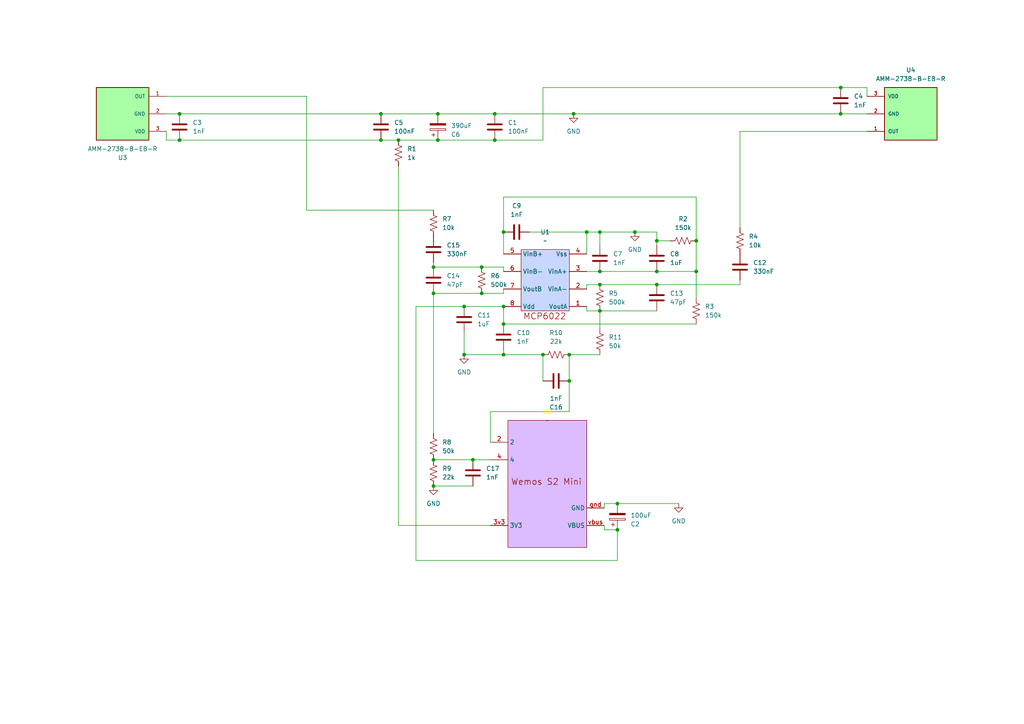
<source format=kicad_sch>
(kicad_sch
	(version 20250114)
	(generator "eeschema")
	(generator_version "9.0")
	(uuid "582c9927-ef29-4e22-a3ee-dfa6bebe4fec")
	(paper "A4")
	(lib_symbols
		(symbol "AMM-2738-B-EB-R:AMM-2738-B-EB-R"
			(pin_names
				(offset 1.016)
			)
			(exclude_from_sim no)
			(in_bom yes)
			(on_board yes)
			(property "Reference" "U"
				(at -7.62 10.16 0)
				(effects
					(font
						(size 1.27 1.27)
					)
					(justify left top)
				)
			)
			(property "Value" "AMM-2738-B-EB-R"
				(at -7.62 -10.16 0)
				(effects
					(font
						(size 1.27 1.27)
					)
					(justify left bottom)
				)
			)
			(property "Footprint" "AMM-2738-B-EB-R:MODULE_AMM-2738-B-EB-R"
				(at 0 0 0)
				(effects
					(font
						(size 1.27 1.27)
					)
					(justify bottom)
					(hide yes)
				)
			)
			(property "Datasheet" ""
				(at 0 0 0)
				(effects
					(font
						(size 1.27 1.27)
					)
					(hide yes)
				)
			)
			(property "Description" ""
				(at 0 0 0)
				(effects
					(font
						(size 1.27 1.27)
					)
					(hide yes)
				)
			)
			(property "PARTREV" "A"
				(at 0 0 0)
				(effects
					(font
						(size 1.27 1.27)
					)
					(justify bottom)
					(hide yes)
				)
			)
			(property "STANDARD" "IPC-7351B"
				(at 0 0 0)
				(effects
					(font
						(size 1.27 1.27)
					)
					(justify bottom)
					(hide yes)
				)
			)
			(property "SNAPEDA_PN" "AMM-2738-B-EB-R"
				(at 0 0 0)
				(effects
					(font
						(size 1.27 1.27)
					)
					(justify bottom)
					(hide yes)
				)
			)
			(property "MAXIMUM_PACKAGE_HEIGHT" "1.90mm"
				(at 0 0 0)
				(effects
					(font
						(size 1.27 1.27)
					)
					(justify bottom)
					(hide yes)
				)
			)
			(property "MANUFACTURER" "PUI"
				(at 0 0 0)
				(effects
					(font
						(size 1.27 1.27)
					)
					(justify bottom)
					(hide yes)
				)
			)
			(symbol "AMM-2738-B-EB-R_0_0"
				(rectangle
					(start -7.62 7.62)
					(end 7.62 -7.62)
					(stroke
						(width 0.254)
						(type default)
					)
					(fill
						(type color)
						(color 168 255 165 1)
					)
				)
				(pin power_in line
					(at 12.7 5.08 180)
					(length 5.08)
					(name "VDD"
						(effects
							(font
								(size 1.016 1.016)
							)
						)
					)
					(number "3"
						(effects
							(font
								(size 1.016 1.016)
							)
						)
					)
				)
				(pin power_in line
					(at 12.7 0 180)
					(length 5.08)
					(name "GND"
						(effects
							(font
								(size 1.016 1.016)
							)
						)
					)
					(number "2"
						(effects
							(font
								(size 1.016 1.016)
							)
						)
					)
				)
				(pin output line
					(at 12.7 -5.08 180)
					(length 5.08)
					(name "OUT"
						(effects
							(font
								(size 1.016 1.016)
							)
						)
					)
					(number "1"
						(effects
							(font
								(size 1.016 1.016)
							)
						)
					)
				)
			)
			(embedded_fonts no)
		)
		(symbol "AMM-2738-B-EB-R_1"
			(pin_names
				(offset 1.016)
			)
			(exclude_from_sim no)
			(in_bom yes)
			(on_board yes)
			(property "Reference" "U"
				(at -7.62 10.16 0)
				(effects
					(font
						(size 1.27 1.27)
					)
					(justify left top)
				)
			)
			(property "Value" "AMM-2738-B-EB-R"
				(at -7.62 -10.16 0)
				(effects
					(font
						(size 1.27 1.27)
					)
					(justify left bottom)
				)
			)
			(property "Footprint" "AMM-2738-B-EB-R:MODULE_AMM-2738-B-EB-R"
				(at 0 0 0)
				(effects
					(font
						(size 1.27 1.27)
					)
					(justify bottom)
					(hide yes)
				)
			)
			(property "Datasheet" ""
				(at 0 0 0)
				(effects
					(font
						(size 1.27 1.27)
					)
					(hide yes)
				)
			)
			(property "Description" ""
				(at 0 0 0)
				(effects
					(font
						(size 1.27 1.27)
					)
					(hide yes)
				)
			)
			(property "PARTREV" "A"
				(at 0 0 0)
				(effects
					(font
						(size 1.27 1.27)
					)
					(justify bottom)
					(hide yes)
				)
			)
			(property "STANDARD" "IPC-7351B"
				(at 0 0 0)
				(effects
					(font
						(size 1.27 1.27)
					)
					(justify bottom)
					(hide yes)
				)
			)
			(property "SNAPEDA_PN" "AMM-2738-B-EB-R"
				(at 0 0 0)
				(effects
					(font
						(size 1.27 1.27)
					)
					(justify bottom)
					(hide yes)
				)
			)
			(property "MAXIMUM_PACKAGE_HEIGHT" "1.90mm"
				(at 0 0 0)
				(effects
					(font
						(size 1.27 1.27)
					)
					(justify bottom)
					(hide yes)
				)
			)
			(property "MANUFACTURER" "PUI"
				(at 0 0 0)
				(effects
					(font
						(size 1.27 1.27)
					)
					(justify bottom)
					(hide yes)
				)
			)
			(symbol "AMM-2738-B-EB-R_1_0_0"
				(rectangle
					(start -7.62 7.62)
					(end 7.62 -7.62)
					(stroke
						(width 0.254)
						(type default)
					)
					(fill
						(type color)
						(color 168 255 165 1)
					)
				)
				(pin power_in line
					(at 12.7 5.08 180)
					(length 5.08)
					(name "VDD"
						(effects
							(font
								(size 1.016 1.016)
							)
						)
					)
					(number "3"
						(effects
							(font
								(size 1.016 1.016)
							)
						)
					)
				)
				(pin power_in line
					(at 12.7 0 180)
					(length 5.08)
					(name "GND"
						(effects
							(font
								(size 1.016 1.016)
							)
						)
					)
					(number "2"
						(effects
							(font
								(size 1.016 1.016)
							)
						)
					)
				)
				(pin output line
					(at 12.7 -5.08 180)
					(length 5.08)
					(name "OUT"
						(effects
							(font
								(size 1.016 1.016)
							)
						)
					)
					(number "1"
						(effects
							(font
								(size 1.016 1.016)
							)
						)
					)
				)
			)
			(embedded_fonts no)
		)
		(symbol "Device:C"
			(pin_numbers
				(hide yes)
			)
			(pin_names
				(offset 0.254)
			)
			(exclude_from_sim no)
			(in_bom yes)
			(on_board yes)
			(property "Reference" "C"
				(at 0.635 2.54 0)
				(effects
					(font
						(size 1.27 1.27)
					)
					(justify left)
				)
			)
			(property "Value" "C"
				(at 0.635 -2.54 0)
				(effects
					(font
						(size 1.27 1.27)
					)
					(justify left)
				)
			)
			(property "Footprint" ""
				(at 0.9652 -3.81 0)
				(effects
					(font
						(size 1.27 1.27)
					)
					(hide yes)
				)
			)
			(property "Datasheet" "~"
				(at 0 0 0)
				(effects
					(font
						(size 1.27 1.27)
					)
					(hide yes)
				)
			)
			(property "Description" "Unpolarized capacitor"
				(at 0 0 0)
				(effects
					(font
						(size 1.27 1.27)
					)
					(hide yes)
				)
			)
			(property "ki_keywords" "cap capacitor"
				(at 0 0 0)
				(effects
					(font
						(size 1.27 1.27)
					)
					(hide yes)
				)
			)
			(property "ki_fp_filters" "C_*"
				(at 0 0 0)
				(effects
					(font
						(size 1.27 1.27)
					)
					(hide yes)
				)
			)
			(symbol "C_0_1"
				(polyline
					(pts
						(xy -2.032 0.762) (xy 2.032 0.762)
					)
					(stroke
						(width 0.508)
						(type default)
					)
					(fill
						(type none)
					)
				)
				(polyline
					(pts
						(xy -2.032 -0.762) (xy 2.032 -0.762)
					)
					(stroke
						(width 0.508)
						(type default)
					)
					(fill
						(type none)
					)
				)
			)
			(symbol "C_1_1"
				(pin passive line
					(at 0 3.81 270)
					(length 2.794)
					(name "~"
						(effects
							(font
								(size 1.27 1.27)
							)
						)
					)
					(number "1"
						(effects
							(font
								(size 1.27 1.27)
							)
						)
					)
				)
				(pin passive line
					(at 0 -3.81 90)
					(length 2.794)
					(name "~"
						(effects
							(font
								(size 1.27 1.27)
							)
						)
					)
					(number "2"
						(effects
							(font
								(size 1.27 1.27)
							)
						)
					)
				)
			)
			(embedded_fonts no)
		)
		(symbol "Device:C_Polarized"
			(pin_numbers
				(hide yes)
			)
			(pin_names
				(offset 0.254)
			)
			(exclude_from_sim no)
			(in_bom yes)
			(on_board yes)
			(property "Reference" "C"
				(at 0.635 2.54 0)
				(effects
					(font
						(size 1.27 1.27)
					)
					(justify left)
				)
			)
			(property "Value" "C_Polarized"
				(at 0.635 -2.54 0)
				(effects
					(font
						(size 1.27 1.27)
					)
					(justify left)
				)
			)
			(property "Footprint" ""
				(at 0.9652 -3.81 0)
				(effects
					(font
						(size 1.27 1.27)
					)
					(hide yes)
				)
			)
			(property "Datasheet" "~"
				(at 0 0 0)
				(effects
					(font
						(size 1.27 1.27)
					)
					(hide yes)
				)
			)
			(property "Description" "Polarized capacitor"
				(at 0 0 0)
				(effects
					(font
						(size 1.27 1.27)
					)
					(hide yes)
				)
			)
			(property "ki_keywords" "cap capacitor"
				(at 0 0 0)
				(effects
					(font
						(size 1.27 1.27)
					)
					(hide yes)
				)
			)
			(property "ki_fp_filters" "CP_*"
				(at 0 0 0)
				(effects
					(font
						(size 1.27 1.27)
					)
					(hide yes)
				)
			)
			(symbol "C_Polarized_0_1"
				(rectangle
					(start -2.286 0.508)
					(end 2.286 1.016)
					(stroke
						(width 0)
						(type default)
					)
					(fill
						(type none)
					)
				)
				(polyline
					(pts
						(xy -1.778 2.286) (xy -0.762 2.286)
					)
					(stroke
						(width 0)
						(type default)
					)
					(fill
						(type none)
					)
				)
				(polyline
					(pts
						(xy -1.27 2.794) (xy -1.27 1.778)
					)
					(stroke
						(width 0)
						(type default)
					)
					(fill
						(type none)
					)
				)
				(rectangle
					(start 2.286 -0.508)
					(end -2.286 -1.016)
					(stroke
						(width 0)
						(type default)
					)
					(fill
						(type outline)
					)
				)
			)
			(symbol "C_Polarized_1_1"
				(pin passive line
					(at 0 3.81 270)
					(length 2.794)
					(name "~"
						(effects
							(font
								(size 1.27 1.27)
							)
						)
					)
					(number "1"
						(effects
							(font
								(size 1.27 1.27)
							)
						)
					)
				)
				(pin passive line
					(at 0 -3.81 90)
					(length 2.794)
					(name "~"
						(effects
							(font
								(size 1.27 1.27)
							)
						)
					)
					(number "2"
						(effects
							(font
								(size 1.27 1.27)
							)
						)
					)
				)
			)
			(embedded_fonts no)
		)
		(symbol "Device:R_US"
			(pin_numbers
				(hide yes)
			)
			(pin_names
				(offset 0)
			)
			(exclude_from_sim no)
			(in_bom yes)
			(on_board yes)
			(property "Reference" "R"
				(at 2.54 0 90)
				(effects
					(font
						(size 1.27 1.27)
					)
				)
			)
			(property "Value" "R_US"
				(at -2.54 0 90)
				(effects
					(font
						(size 1.27 1.27)
					)
				)
			)
			(property "Footprint" ""
				(at 1.016 -0.254 90)
				(effects
					(font
						(size 1.27 1.27)
					)
					(hide yes)
				)
			)
			(property "Datasheet" "~"
				(at 0 0 0)
				(effects
					(font
						(size 1.27 1.27)
					)
					(hide yes)
				)
			)
			(property "Description" "Resistor, US symbol"
				(at 0 0 0)
				(effects
					(font
						(size 1.27 1.27)
					)
					(hide yes)
				)
			)
			(property "ki_keywords" "R res resistor"
				(at 0 0 0)
				(effects
					(font
						(size 1.27 1.27)
					)
					(hide yes)
				)
			)
			(property "ki_fp_filters" "R_*"
				(at 0 0 0)
				(effects
					(font
						(size 1.27 1.27)
					)
					(hide yes)
				)
			)
			(symbol "R_US_0_1"
				(polyline
					(pts
						(xy 0 2.286) (xy 0 2.54)
					)
					(stroke
						(width 0)
						(type default)
					)
					(fill
						(type none)
					)
				)
				(polyline
					(pts
						(xy 0 2.286) (xy 1.016 1.905) (xy 0 1.524) (xy -1.016 1.143) (xy 0 0.762)
					)
					(stroke
						(width 0)
						(type default)
					)
					(fill
						(type none)
					)
				)
				(polyline
					(pts
						(xy 0 0.762) (xy 1.016 0.381) (xy 0 0) (xy -1.016 -0.381) (xy 0 -0.762)
					)
					(stroke
						(width 0)
						(type default)
					)
					(fill
						(type none)
					)
				)
				(polyline
					(pts
						(xy 0 -0.762) (xy 1.016 -1.143) (xy 0 -1.524) (xy -1.016 -1.905) (xy 0 -2.286)
					)
					(stroke
						(width 0)
						(type default)
					)
					(fill
						(type none)
					)
				)
				(polyline
					(pts
						(xy 0 -2.286) (xy 0 -2.54)
					)
					(stroke
						(width 0)
						(type default)
					)
					(fill
						(type none)
					)
				)
			)
			(symbol "R_US_1_1"
				(pin passive line
					(at 0 3.81 270)
					(length 1.27)
					(name "~"
						(effects
							(font
								(size 1.27 1.27)
							)
						)
					)
					(number "1"
						(effects
							(font
								(size 1.27 1.27)
							)
						)
					)
				)
				(pin passive line
					(at 0 -3.81 90)
					(length 1.27)
					(name "~"
						(effects
							(font
								(size 1.27 1.27)
							)
						)
					)
					(number "2"
						(effects
							(font
								(size 1.27 1.27)
							)
						)
					)
				)
			)
			(embedded_fonts no)
		)
		(symbol "PCM_Espressif:MCP6022dip"
			(exclude_from_sim no)
			(in_bom yes)
			(on_board yes)
			(property "Reference" "U"
				(at 1.778 -2.54 0)
				(effects
					(font
						(size 1.27 1.27)
					)
				)
			)
			(property "Value" ""
				(at 0 0 0)
				(effects
					(font
						(size 1.27 1.27)
					)
				)
			)
			(property "Footprint" ""
				(at 0 0 0)
				(effects
					(font
						(size 1.27 1.27)
					)
					(hide yes)
				)
			)
			(property "Datasheet" ""
				(at 0 0 0)
				(effects
					(font
						(size 1.27 1.27)
					)
					(hide yes)
				)
			)
			(property "Description" ""
				(at 0 0 0)
				(effects
					(font
						(size 1.27 1.27)
					)
					(hide yes)
				)
			)
			(symbol "MCP6022dip_0_1"
				(rectangle
					(start -5.08 6.35)
					(end 8.89 -11.43)
					(stroke
						(width 0)
						(type default)
					)
					(fill
						(type color)
						(color 200 215 255 1)
					)
				)
			)
			(symbol "MCP6022dip_1_1"
				(text "MCP6022"
					(at 2.032 7.874 0)
					(effects
						(font
							(size 1.778 1.778)
						)
					)
				)
				(pin output line
					(at -10.16 5.08 0)
					(length 5.08)
					(name "VoutA"
						(effects
							(font
								(size 1.27 1.27)
							)
						)
					)
					(number "1"
						(effects
							(font
								(size 1.27 1.27)
							)
						)
					)
				)
				(pin input line
					(at -10.16 0 0)
					(length 5.08)
					(name "VinA-"
						(effects
							(font
								(size 1.27 1.27)
							)
						)
					)
					(number "2"
						(effects
							(font
								(size 1.27 1.27)
							)
						)
					)
				)
				(pin input line
					(at -10.16 -5.08 0)
					(length 5.08)
					(name "VinA+"
						(effects
							(font
								(size 1.27 1.27)
							)
						)
					)
					(number "3"
						(effects
							(font
								(size 1.27 1.27)
							)
						)
					)
				)
				(pin input line
					(at -10.16 -10.16 0)
					(length 5.08)
					(name "Vss"
						(effects
							(font
								(size 1.27 1.27)
							)
						)
					)
					(number "4"
						(effects
							(font
								(size 1.27 1.27)
							)
						)
					)
				)
				(pin input line
					(at 13.97 5.08 180)
					(length 5.08)
					(name "Vdd"
						(effects
							(font
								(size 1.27 1.27)
							)
						)
					)
					(number "8"
						(effects
							(font
								(size 1.27 1.27)
							)
						)
					)
				)
				(pin output line
					(at 13.97 0 180)
					(length 5.08)
					(name "VoutB"
						(effects
							(font
								(size 1.27 1.27)
							)
						)
					)
					(number "7"
						(effects
							(font
								(size 1.27 1.27)
							)
						)
					)
				)
				(pin input line
					(at 13.97 -5.08 180)
					(length 5.08)
					(name "VinB-"
						(effects
							(font
								(size 1.27 1.27)
							)
						)
					)
					(number "6"
						(effects
							(font
								(size 1.27 1.27)
							)
						)
					)
				)
				(pin input line
					(at 13.97 -10.16 180)
					(length 5.08)
					(name "VinB+"
						(effects
							(font
								(size 1.27 1.27)
							)
						)
					)
					(number "5"
						(effects
							(font
								(size 1.27 1.27)
							)
						)
					)
				)
			)
			(embedded_fonts no)
		)
		(symbol "PCM_Espressif:wemos_S2_mini"
			(exclude_from_sim no)
			(in_bom yes)
			(on_board yes)
			(property "Reference" "uC"
				(at 22.86 -11.43 0)
				(effects
					(font
						(size 1.27 1.27)
						(color 243 255 39 1)
					)
				)
			)
			(property "Value" ""
				(at 0 0 0)
				(effects
					(font
						(size 1.27 1.27)
					)
				)
			)
			(property "Footprint" ""
				(at 0 0 0)
				(effects
					(font
						(size 1.27 1.27)
					)
					(hide yes)
				)
			)
			(property "Datasheet" ""
				(at 0 0 0)
				(effects
					(font
						(size 1.27 1.27)
					)
					(hide yes)
				)
			)
			(property "Description" ""
				(at 0 0 0)
				(effects
					(font
						(size 1.27 1.27)
					)
					(hide yes)
				)
			)
			(symbol "wemos_S2_mini_0_1"
				(rectangle
					(start -11.43 17.78)
					(end 11.43 -19.05)
					(stroke
						(width 0)
						(type default)
					)
					(fill
						(type color)
						(color 221 187 255 1)
					)
				)
			)
			(symbol "wemos_S2_mini_1_1"
				(text "Wemos S2 Mini"
					(at -0.254 0 0)
					(effects
						(font
							(size 1.778 1.778)
						)
					)
				)
				(pin bidirectional line
					(at -16.51 11.43 0)
					(length 5.08)
					(name "2"
						(effects
							(font
								(size 1.27 1.27)
							)
						)
					)
					(number "2"
						(effects
							(font
								(size 1.27 1.27)
							)
						)
					)
				)
				(pin bidirectional line
					(at -16.51 6.35 0)
					(length 5.08)
					(name "4"
						(effects
							(font
								(size 1.27 1.27)
							)
						)
					)
					(number "4"
						(effects
							(font
								(size 1.27 1.27)
							)
						)
					)
				)
				(pin bidirectional line
					(at -16.51 -12.7 0)
					(length 5.08)
					(name "3V3"
						(effects
							(font
								(size 1.27 1.27)
							)
						)
					)
					(number "3v3"
						(effects
							(font
								(size 1.27 1.27)
							)
						)
					)
				)
				(pin bidirectional line
					(at 16.51 -7.62 180)
					(length 5.08)
					(name "GND"
						(effects
							(font
								(size 1.27 1.27)
							)
						)
					)
					(number "gnd"
						(effects
							(font
								(size 1.27 1.27)
							)
						)
					)
				)
				(pin bidirectional line
					(at 16.51 -12.7 180)
					(length 5.08)
					(name "VBUS"
						(effects
							(font
								(size 1.27 1.27)
							)
						)
					)
					(number "vbus"
						(effects
							(font
								(size 1.27 1.27)
							)
						)
					)
				)
			)
			(embedded_fonts no)
		)
		(symbol "power:GND"
			(power)
			(pin_numbers
				(hide yes)
			)
			(pin_names
				(offset 0)
				(hide yes)
			)
			(exclude_from_sim no)
			(in_bom yes)
			(on_board yes)
			(property "Reference" "#PWR"
				(at 0 -6.35 0)
				(effects
					(font
						(size 1.27 1.27)
					)
					(hide yes)
				)
			)
			(property "Value" "GND"
				(at 0 -3.81 0)
				(effects
					(font
						(size 1.27 1.27)
					)
				)
			)
			(property "Footprint" ""
				(at 0 0 0)
				(effects
					(font
						(size 1.27 1.27)
					)
					(hide yes)
				)
			)
			(property "Datasheet" ""
				(at 0 0 0)
				(effects
					(font
						(size 1.27 1.27)
					)
					(hide yes)
				)
			)
			(property "Description" "Power symbol creates a global label with name \"GND\" , ground"
				(at 0 0 0)
				(effects
					(font
						(size 1.27 1.27)
					)
					(hide yes)
				)
			)
			(property "ki_keywords" "global power"
				(at 0 0 0)
				(effects
					(font
						(size 1.27 1.27)
					)
					(hide yes)
				)
			)
			(symbol "GND_0_1"
				(polyline
					(pts
						(xy 0 0) (xy 0 -1.27) (xy 1.27 -1.27) (xy 0 -2.54) (xy -1.27 -1.27) (xy 0 -1.27)
					)
					(stroke
						(width 0)
						(type default)
					)
					(fill
						(type none)
					)
				)
			)
			(symbol "GND_1_1"
				(pin power_in line
					(at 0 0 270)
					(length 0)
					(name "~"
						(effects
							(font
								(size 1.27 1.27)
							)
						)
					)
					(number "1"
						(effects
							(font
								(size 1.27 1.27)
							)
						)
					)
				)
			)
			(embedded_fonts no)
		)
	)
	(junction
		(at 190.5 69.85)
		(diameter 0)
		(color 0 0 0 0)
		(uuid "06139ba7-3dff-4b73-ade0-f40d2f42628f")
	)
	(junction
		(at 173.99 67.31)
		(diameter 0)
		(color 0 0 0 0)
		(uuid "0728d1c8-f60b-4524-a2b6-07b2bc94240c")
	)
	(junction
		(at 127 40.64)
		(diameter 0)
		(color 0 0 0 0)
		(uuid "091b391d-d6de-4661-a41c-e9b25da14759")
	)
	(junction
		(at 139.7 85.09)
		(diameter 0)
		(color 0 0 0 0)
		(uuid "19b8275b-cdcb-40a4-8fdc-013b7f877d6d")
	)
	(junction
		(at 125.73 140.97)
		(diameter 0)
		(color 0 0 0 0)
		(uuid "1b6f0a44-e37b-4cdc-909f-a211ef21423e")
	)
	(junction
		(at 173.99 78.74)
		(diameter 0)
		(color 0 0 0 0)
		(uuid "203064a1-3093-455f-b51f-e6deae931e18")
	)
	(junction
		(at 137.16 133.35)
		(diameter 0)
		(color 0 0 0 0)
		(uuid "217d571e-fd4f-4100-b90c-ecdab428d0a6")
	)
	(junction
		(at 146.05 88.9)
		(diameter 0)
		(color 0 0 0 0)
		(uuid "2940aa43-a36b-4666-88b0-5b6d8ca79cc9")
	)
	(junction
		(at 157.48 102.87)
		(diameter 0)
		(color 0 0 0 0)
		(uuid "2aaf13bc-29b0-4eb0-a225-603ea00c1935")
	)
	(junction
		(at 190.5 82.55)
		(diameter 0)
		(color 0 0 0 0)
		(uuid "307519d1-8610-4262-b866-15f1a8fcb52c")
	)
	(junction
		(at 166.37 33.02)
		(diameter 0)
		(color 0 0 0 0)
		(uuid "35b8eaa8-9a7d-4a70-b8ce-cb20fc83019d")
	)
	(junction
		(at 115.57 40.64)
		(diameter 0)
		(color 0 0 0 0)
		(uuid "3c7f1908-6a84-4c8a-9090-7a33c5385dfc")
	)
	(junction
		(at 179.07 146.05)
		(diameter 0)
		(color 0 0 0 0)
		(uuid "3ea57cd6-626c-4d35-80d7-c79efa61470c")
	)
	(junction
		(at 143.51 40.64)
		(diameter 0)
		(color 0 0 0 0)
		(uuid "4223d92f-ab9e-4c73-9e23-c41f4927fb34")
	)
	(junction
		(at 110.49 40.64)
		(diameter 0)
		(color 0 0 0 0)
		(uuid "4a9de3eb-8cc1-4212-a04e-84092aa91269")
	)
	(junction
		(at 170.18 67.31)
		(diameter 0)
		(color 0 0 0 0)
		(uuid "5d6c0370-021f-4442-af61-878a307e37c6")
	)
	(junction
		(at 243.84 33.02)
		(diameter 0)
		(color 0 0 0 0)
		(uuid "6480c445-a5f8-439b-bf50-22ea405b5156")
	)
	(junction
		(at 52.07 40.64)
		(diameter 0)
		(color 0 0 0 0)
		(uuid "68fdc72c-d620-416b-895e-a294b6d5ac8d")
	)
	(junction
		(at 184.15 67.31)
		(diameter 0)
		(color 0 0 0 0)
		(uuid "6c3695a3-dbc7-42e5-8329-4068f4f0fe96")
	)
	(junction
		(at 125.73 133.35)
		(diameter 0)
		(color 0 0 0 0)
		(uuid "6c9ed85a-e8af-4147-9708-d713ea157934")
	)
	(junction
		(at 143.51 33.02)
		(diameter 0)
		(color 0 0 0 0)
		(uuid "6d1ef0e5-c362-4b65-b77d-678315a41093")
	)
	(junction
		(at 173.99 82.55)
		(diameter 0)
		(color 0 0 0 0)
		(uuid "7547d66a-63c7-44ac-a6b6-0d0e66626bfe")
	)
	(junction
		(at 179.07 153.67)
		(diameter 0)
		(color 0 0 0 0)
		(uuid "767ca42c-ad7e-4ca2-9d33-2f8e4e2caba4")
	)
	(junction
		(at 146.05 67.31)
		(diameter 0)
		(color 0 0 0 0)
		(uuid "863302ad-45cb-4712-ae68-51fdaf07bece")
	)
	(junction
		(at 201.93 78.74)
		(diameter 0)
		(color 0 0 0 0)
		(uuid "920148f5-4993-43f3-9b64-d6e59fbabec7")
	)
	(junction
		(at 127 33.02)
		(diameter 0)
		(color 0 0 0 0)
		(uuid "98d5b070-7155-4c63-9955-54313b96996c")
	)
	(junction
		(at 110.49 33.02)
		(diameter 0)
		(color 0 0 0 0)
		(uuid "a441827a-3355-4176-8152-513d16c966a6")
	)
	(junction
		(at 139.7 77.47)
		(diameter 0)
		(color 0 0 0 0)
		(uuid "a68edb98-bb64-4d71-94b1-f1bebc9ae2f9")
	)
	(junction
		(at 190.5 78.74)
		(diameter 0)
		(color 0 0 0 0)
		(uuid "a7159c60-582b-4a4d-8130-51dfbb098908")
	)
	(junction
		(at 165.1 110.49)
		(diameter 0)
		(color 0 0 0 0)
		(uuid "aa7147c2-d6ee-4174-afb0-e3aecefc084f")
	)
	(junction
		(at 146.05 102.87)
		(diameter 0)
		(color 0 0 0 0)
		(uuid "b2f56ca7-b791-41ca-8b61-270d9a0e23f8")
	)
	(junction
		(at 243.84 25.4)
		(diameter 0)
		(color 0 0 0 0)
		(uuid "bb470371-14ab-4683-9a20-ec54032acfad")
	)
	(junction
		(at 165.1 102.87)
		(diameter 0)
		(color 0 0 0 0)
		(uuid "bf6bb7af-d516-467c-a5ca-580df6c9d380")
	)
	(junction
		(at 134.62 88.9)
		(diameter 0)
		(color 0 0 0 0)
		(uuid "c86e7090-1665-4230-83a6-4c3631d72cf2")
	)
	(junction
		(at 125.73 77.47)
		(diameter 0)
		(color 0 0 0 0)
		(uuid "d5e35e99-7d49-4a65-8bef-e852e5a69c62")
	)
	(junction
		(at 146.05 93.98)
		(diameter 0)
		(color 0 0 0 0)
		(uuid "de42922f-b6dd-420e-8391-a59816a0802a")
	)
	(junction
		(at 201.93 69.85)
		(diameter 0)
		(color 0 0 0 0)
		(uuid "e331b642-b309-4cde-8e4c-c15ae01ce973")
	)
	(junction
		(at 173.99 90.17)
		(diameter 0)
		(color 0 0 0 0)
		(uuid "e6d73f03-704a-4f73-8639-d3c933537cd7")
	)
	(junction
		(at 52.07 33.02)
		(diameter 0)
		(color 0 0 0 0)
		(uuid "f80f389b-053d-463b-b7e4-3c6f014c56ec")
	)
	(junction
		(at 125.73 85.09)
		(diameter 0)
		(color 0 0 0 0)
		(uuid "fb5b8539-0af8-4b33-9b8b-f62d780562ea")
	)
	(junction
		(at 134.62 102.87)
		(diameter 0)
		(color 0 0 0 0)
		(uuid "fd90d780-ef6d-4762-8019-005a32a5c8ff")
	)
	(wire
		(pts
			(xy 170.18 82.55) (xy 170.18 83.82)
		)
		(stroke
			(width 0)
			(type default)
		)
		(uuid "01dd6e8f-4035-470b-8555-1ec5b0735aac")
	)
	(wire
		(pts
			(xy 134.62 102.87) (xy 146.05 102.87)
		)
		(stroke
			(width 0)
			(type default)
		)
		(uuid "0461d0f0-2edc-431b-9040-8c261d745b03")
	)
	(wire
		(pts
			(xy 175.26 146.05) (xy 175.26 147.32)
		)
		(stroke
			(width 0)
			(type default)
		)
		(uuid "0bc62440-5c41-4ff7-b5b5-0a8754c9cea7")
	)
	(wire
		(pts
			(xy 120.65 88.9) (xy 120.65 162.56)
		)
		(stroke
			(width 0)
			(type default)
		)
		(uuid "0c81dce3-9cda-4bcb-a45b-4a1b21bb47de")
	)
	(wire
		(pts
			(xy 115.57 152.4) (xy 115.57 48.26)
		)
		(stroke
			(width 0)
			(type default)
		)
		(uuid "0ec9edb1-726c-4cb3-a4d1-a01841934d1e")
	)
	(wire
		(pts
			(xy 243.84 33.02) (xy 251.46 33.02)
		)
		(stroke
			(width 0)
			(type default)
		)
		(uuid "0eeb7ebc-9219-4050-bed4-d7ff39c26911")
	)
	(wire
		(pts
			(xy 214.63 66.04) (xy 214.63 38.1)
		)
		(stroke
			(width 0)
			(type default)
		)
		(uuid "176c5b67-1e6f-41be-b07f-8677e5f49270")
	)
	(wire
		(pts
			(xy 170.18 90.17) (xy 173.99 90.17)
		)
		(stroke
			(width 0)
			(type default)
		)
		(uuid "17f2bb7c-b1b2-4f36-901b-f258510c90ab")
	)
	(wire
		(pts
			(xy 125.73 77.47) (xy 139.7 77.47)
		)
		(stroke
			(width 0)
			(type default)
		)
		(uuid "195ad437-f7f1-4d16-a717-b8f18087e032")
	)
	(wire
		(pts
			(xy 125.73 85.09) (xy 139.7 85.09)
		)
		(stroke
			(width 0)
			(type default)
		)
		(uuid "1ab0aa6a-12ff-45e0-8654-8b5241183b94")
	)
	(wire
		(pts
			(xy 125.73 133.35) (xy 137.16 133.35)
		)
		(stroke
			(width 0)
			(type default)
		)
		(uuid "1aeee7dd-77e7-417f-ba8d-72a432d57518")
	)
	(wire
		(pts
			(xy 137.16 133.35) (xy 142.24 133.35)
		)
		(stroke
			(width 0)
			(type default)
		)
		(uuid "1d3364a1-cccc-4dc9-9236-985939d41362")
	)
	(wire
		(pts
			(xy 157.48 25.4) (xy 157.48 40.64)
		)
		(stroke
			(width 0)
			(type default)
		)
		(uuid "26d6adf0-bf3a-461c-95e9-d17b267eb841")
	)
	(wire
		(pts
			(xy 165.1 119.38) (xy 165.1 110.49)
		)
		(stroke
			(width 0)
			(type default)
		)
		(uuid "282855df-6d97-4cba-b615-883181a05d47")
	)
	(wire
		(pts
			(xy 88.9 27.94) (xy 88.9 60.96)
		)
		(stroke
			(width 0)
			(type default)
		)
		(uuid "28be68a6-d6a3-4655-af34-4fc8fcf98f8b")
	)
	(wire
		(pts
			(xy 110.49 40.64) (xy 115.57 40.64)
		)
		(stroke
			(width 0)
			(type default)
		)
		(uuid "2c9dcf18-35a7-4379-8740-528472771127")
	)
	(wire
		(pts
			(xy 127 40.64) (xy 143.51 40.64)
		)
		(stroke
			(width 0)
			(type default)
		)
		(uuid "2d6ef156-9b68-4894-b3b1-e8139e94344c")
	)
	(wire
		(pts
			(xy 190.5 82.55) (xy 214.63 82.55)
		)
		(stroke
			(width 0)
			(type default)
		)
		(uuid "301c9dba-6831-4765-9724-cfed7b6b4c6c")
	)
	(wire
		(pts
			(xy 48.26 38.1) (xy 48.26 40.64)
		)
		(stroke
			(width 0)
			(type default)
		)
		(uuid "31c712b2-ddb4-4ad3-8aec-4b49d2029e89")
	)
	(wire
		(pts
			(xy 243.84 25.4) (xy 251.46 25.4)
		)
		(stroke
			(width 0)
			(type default)
		)
		(uuid "32ff9cf9-7c05-47a8-93f1-c6e6cb1d5ea5")
	)
	(wire
		(pts
			(xy 201.93 86.36) (xy 201.93 78.74)
		)
		(stroke
			(width 0)
			(type default)
		)
		(uuid "3496da35-0149-4812-9281-766e2a889bf3")
	)
	(wire
		(pts
			(xy 142.24 119.38) (xy 165.1 119.38)
		)
		(stroke
			(width 0)
			(type default)
		)
		(uuid "351f85ac-2397-4a84-8768-906bd052c5bb")
	)
	(wire
		(pts
			(xy 175.26 153.67) (xy 179.07 153.67)
		)
		(stroke
			(width 0)
			(type default)
		)
		(uuid "3cba82eb-aa2e-4273-86fb-9c2058ed4cec")
	)
	(wire
		(pts
			(xy 115.57 152.4) (xy 142.24 152.4)
		)
		(stroke
			(width 0)
			(type default)
		)
		(uuid "3f998a42-2fc4-4368-87ef-c3aad6bf195f")
	)
	(wire
		(pts
			(xy 201.93 69.85) (xy 201.93 57.15)
		)
		(stroke
			(width 0)
			(type default)
		)
		(uuid "3ff2d963-393b-4e1a-9400-d5b6e7c275c3")
	)
	(wire
		(pts
			(xy 125.73 85.09) (xy 125.73 125.73)
		)
		(stroke
			(width 0)
			(type default)
		)
		(uuid "4230e09c-c211-4732-b90e-0ec2e1c4877c")
	)
	(wire
		(pts
			(xy 146.05 93.98) (xy 201.93 93.98)
		)
		(stroke
			(width 0)
			(type default)
		)
		(uuid "42b20eaa-2684-4ebd-8577-af4f43ff42fb")
	)
	(wire
		(pts
			(xy 157.48 25.4) (xy 243.84 25.4)
		)
		(stroke
			(width 0)
			(type default)
		)
		(uuid "43264044-99c3-42b6-87d4-c3f844eee410")
	)
	(wire
		(pts
			(xy 190.5 78.74) (xy 201.93 78.74)
		)
		(stroke
			(width 0)
			(type default)
		)
		(uuid "43742496-3d49-404f-a219-df255eef0ba7")
	)
	(wire
		(pts
			(xy 88.9 60.96) (xy 125.73 60.96)
		)
		(stroke
			(width 0)
			(type default)
		)
		(uuid "43f01adb-876b-4253-b748-de22ef73b075")
	)
	(wire
		(pts
			(xy 146.05 77.47) (xy 139.7 77.47)
		)
		(stroke
			(width 0)
			(type default)
		)
		(uuid "453bd2f1-7af4-4012-8488-b090a242c33f")
	)
	(wire
		(pts
			(xy 166.37 33.02) (xy 243.84 33.02)
		)
		(stroke
			(width 0)
			(type default)
		)
		(uuid "454718a4-cbc3-4887-bcd7-cf224c80b751")
	)
	(wire
		(pts
			(xy 146.05 88.9) (xy 146.05 93.98)
		)
		(stroke
			(width 0)
			(type default)
		)
		(uuid "47ee4b89-cb53-4c1f-b016-59a7ec1ce03c")
	)
	(wire
		(pts
			(xy 48.26 33.02) (xy 52.07 33.02)
		)
		(stroke
			(width 0)
			(type default)
		)
		(uuid "4c2c8f57-7728-468a-830b-4b92370a55a5")
	)
	(wire
		(pts
			(xy 184.15 67.31) (xy 190.5 67.31)
		)
		(stroke
			(width 0)
			(type default)
		)
		(uuid "5c79b919-6d2d-4d50-8857-1c61a20f001d")
	)
	(wire
		(pts
			(xy 127 33.02) (xy 143.51 33.02)
		)
		(stroke
			(width 0)
			(type default)
		)
		(uuid "6017f381-2c54-4b71-ae30-3690cfcc243f")
	)
	(wire
		(pts
			(xy 179.07 153.67) (xy 179.07 162.56)
		)
		(stroke
			(width 0)
			(type default)
		)
		(uuid "6106256d-1586-49b7-aec7-e160cf8e72b5")
	)
	(wire
		(pts
			(xy 134.62 96.52) (xy 134.62 102.87)
		)
		(stroke
			(width 0)
			(type default)
		)
		(uuid "61740c2e-c0e4-4071-b7b7-e32496cd334d")
	)
	(wire
		(pts
			(xy 190.5 67.31) (xy 190.5 69.85)
		)
		(stroke
			(width 0)
			(type default)
		)
		(uuid "69877b0f-e6d9-420e-b115-4ba9f4b21a4b")
	)
	(wire
		(pts
			(xy 146.05 83.82) (xy 146.05 85.09)
		)
		(stroke
			(width 0)
			(type default)
		)
		(uuid "6d1200bf-2a4b-47b0-916d-88ac3c955ab8")
	)
	(wire
		(pts
			(xy 146.05 67.31) (xy 146.05 73.66)
		)
		(stroke
			(width 0)
			(type default)
		)
		(uuid "6d9ef3e7-6aa5-40d3-98e6-68581d0ecea9")
	)
	(wire
		(pts
			(xy 146.05 57.15) (xy 146.05 67.31)
		)
		(stroke
			(width 0)
			(type default)
		)
		(uuid "7232aabb-b23d-49f7-baea-0c42061e8a1d")
	)
	(wire
		(pts
			(xy 214.63 81.28) (xy 214.63 82.55)
		)
		(stroke
			(width 0)
			(type default)
		)
		(uuid "72bb5ed8-5ff9-4770-9f61-ce24ede7a737")
	)
	(wire
		(pts
			(xy 110.49 33.02) (xy 127 33.02)
		)
		(stroke
			(width 0)
			(type default)
		)
		(uuid "74ebc328-18a3-416e-ab88-50a47cd9023f")
	)
	(wire
		(pts
			(xy 48.26 40.64) (xy 52.07 40.64)
		)
		(stroke
			(width 0)
			(type default)
		)
		(uuid "78f3981b-db3c-4dce-86dc-832145585912")
	)
	(wire
		(pts
			(xy 134.62 88.9) (xy 146.05 88.9)
		)
		(stroke
			(width 0)
			(type default)
		)
		(uuid "799472af-c75c-4783-a1f6-a76bc0966726")
	)
	(wire
		(pts
			(xy 120.65 88.9) (xy 134.62 88.9)
		)
		(stroke
			(width 0)
			(type default)
		)
		(uuid "7aa57841-adf2-4b6a-806a-fe16cb11c760")
	)
	(wire
		(pts
			(xy 175.26 152.4) (xy 175.26 153.67)
		)
		(stroke
			(width 0)
			(type default)
		)
		(uuid "7df853d2-a4f0-474d-af60-fc8c03ecfe45")
	)
	(wire
		(pts
			(xy 251.46 27.94) (xy 251.46 25.4)
		)
		(stroke
			(width 0)
			(type default)
		)
		(uuid "83028068-ce26-44ea-80df-c19869925889")
	)
	(wire
		(pts
			(xy 214.63 38.1) (xy 251.46 38.1)
		)
		(stroke
			(width 0)
			(type default)
		)
		(uuid "845cebb5-6255-459e-99d1-c05fdc4d7b35")
	)
	(wire
		(pts
			(xy 120.65 162.56) (xy 179.07 162.56)
		)
		(stroke
			(width 0)
			(type default)
		)
		(uuid "84735240-2231-4a97-8f1b-b06f9096e2df")
	)
	(wire
		(pts
			(xy 170.18 78.74) (xy 173.99 78.74)
		)
		(stroke
			(width 0)
			(type default)
		)
		(uuid "861154e5-ab8d-4bf7-9ddb-020b8f5032eb")
	)
	(wire
		(pts
			(xy 170.18 82.55) (xy 173.99 82.55)
		)
		(stroke
			(width 0)
			(type default)
		)
		(uuid "8b51958f-30c2-4e35-a16d-57822407063d")
	)
	(wire
		(pts
			(xy 52.07 33.02) (xy 110.49 33.02)
		)
		(stroke
			(width 0)
			(type default)
		)
		(uuid "8ce04b5e-69c4-4537-b91a-230c6ba5c96c")
	)
	(wire
		(pts
			(xy 173.99 90.17) (xy 190.5 90.17)
		)
		(stroke
			(width 0)
			(type default)
		)
		(uuid "90906131-81a6-4e48-8edc-30b790ccb1e3")
	)
	(wire
		(pts
			(xy 48.26 27.94) (xy 88.9 27.94)
		)
		(stroke
			(width 0)
			(type default)
		)
		(uuid "96f62e01-74b6-482e-9cc9-d12067e53f1f")
	)
	(wire
		(pts
			(xy 175.26 146.05) (xy 179.07 146.05)
		)
		(stroke
			(width 0)
			(type default)
		)
		(uuid "97608b45-ed07-4e43-b1d7-d738c390cc9d")
	)
	(wire
		(pts
			(xy 146.05 85.09) (xy 139.7 85.09)
		)
		(stroke
			(width 0)
			(type default)
		)
		(uuid "9c62bece-916a-40af-a226-cc106ef3f8f0")
	)
	(wire
		(pts
			(xy 146.05 78.74) (xy 146.05 77.47)
		)
		(stroke
			(width 0)
			(type default)
		)
		(uuid "a1125c7f-ba45-4229-810a-442b3580043b")
	)
	(wire
		(pts
			(xy 146.05 102.87) (xy 146.05 101.6)
		)
		(stroke
			(width 0)
			(type default)
		)
		(uuid "a837b7d7-d9b8-405d-98e9-b9d9a4c44d4e")
	)
	(wire
		(pts
			(xy 170.18 67.31) (xy 170.18 73.66)
		)
		(stroke
			(width 0)
			(type default)
		)
		(uuid "a86009ea-8653-4729-946d-c4b65b7bfede")
	)
	(wire
		(pts
			(xy 190.5 69.85) (xy 194.31 69.85)
		)
		(stroke
			(width 0)
			(type default)
		)
		(uuid "a90a51e5-e719-439c-8386-46fbe51802be")
	)
	(wire
		(pts
			(xy 179.07 146.05) (xy 196.85 146.05)
		)
		(stroke
			(width 0)
			(type default)
		)
		(uuid "ae431fdb-6924-4e66-94b8-8f879d982449")
	)
	(wire
		(pts
			(xy 173.99 78.74) (xy 190.5 78.74)
		)
		(stroke
			(width 0)
			(type default)
		)
		(uuid "af5867ef-2889-43db-95f3-7f97c362688d")
	)
	(wire
		(pts
			(xy 143.51 40.64) (xy 157.48 40.64)
		)
		(stroke
			(width 0)
			(type default)
		)
		(uuid "b3619e68-be3d-4432-b218-710ddcb83636")
	)
	(wire
		(pts
			(xy 173.99 82.55) (xy 190.5 82.55)
		)
		(stroke
			(width 0)
			(type default)
		)
		(uuid "b5213065-f3ad-4a69-baad-2aef945abf0d")
	)
	(wire
		(pts
			(xy 157.48 102.87) (xy 157.48 110.49)
		)
		(stroke
			(width 0)
			(type default)
		)
		(uuid "bb33038d-d8d5-4d23-9adf-8835518919a4")
	)
	(wire
		(pts
			(xy 115.57 40.64) (xy 127 40.64)
		)
		(stroke
			(width 0)
			(type default)
		)
		(uuid "c2ab33e4-ffd4-48dd-82f9-1074754d887f")
	)
	(wire
		(pts
			(xy 146.05 102.87) (xy 157.48 102.87)
		)
		(stroke
			(width 0)
			(type default)
		)
		(uuid "c453a6ee-e4da-426f-a4a0-afa9419dcbe1")
	)
	(wire
		(pts
			(xy 173.99 90.17) (xy 173.99 95.25)
		)
		(stroke
			(width 0)
			(type default)
		)
		(uuid "c6dc74fc-abb2-421f-9bdc-9ca8355d20c7")
	)
	(wire
		(pts
			(xy 125.73 140.97) (xy 137.16 140.97)
		)
		(stroke
			(width 0)
			(type default)
		)
		(uuid "c9935afa-ccc2-4bf7-8662-dd6601630257")
	)
	(wire
		(pts
			(xy 142.24 128.27) (xy 142.24 119.38)
		)
		(stroke
			(width 0)
			(type default)
		)
		(uuid "d00b4dcb-b645-4568-94a3-19469156e4c8")
	)
	(wire
		(pts
			(xy 173.99 67.31) (xy 173.99 71.12)
		)
		(stroke
			(width 0)
			(type default)
		)
		(uuid "d2e2c88d-ab60-4544-93de-5a57fdce9bd0")
	)
	(wire
		(pts
			(xy 143.51 33.02) (xy 166.37 33.02)
		)
		(stroke
			(width 0)
			(type default)
		)
		(uuid "d78d63f4-1ff8-435d-9c51-c5a5518cdf64")
	)
	(wire
		(pts
			(xy 170.18 88.9) (xy 170.18 90.17)
		)
		(stroke
			(width 0)
			(type default)
		)
		(uuid "d9586d94-05ad-4172-a259-93c1f2f53bed")
	)
	(wire
		(pts
			(xy 165.1 102.87) (xy 173.99 102.87)
		)
		(stroke
			(width 0)
			(type default)
		)
		(uuid "e43c8b5e-f7c5-4208-86cb-08dcbd4c94bc")
	)
	(wire
		(pts
			(xy 52.07 40.64) (xy 110.49 40.64)
		)
		(stroke
			(width 0)
			(type default)
		)
		(uuid "ea96232d-54b3-411e-9a34-c957b9898e42")
	)
	(wire
		(pts
			(xy 125.73 76.2) (xy 125.73 77.47)
		)
		(stroke
			(width 0)
			(type default)
		)
		(uuid "ec5d8a3b-5108-4309-8e03-755a9f16814a")
	)
	(wire
		(pts
			(xy 201.93 69.85) (xy 201.93 78.74)
		)
		(stroke
			(width 0)
			(type default)
		)
		(uuid "eca95f52-a406-4a7e-bfc2-64da60ca725d")
	)
	(wire
		(pts
			(xy 165.1 102.87) (xy 165.1 110.49)
		)
		(stroke
			(width 0)
			(type default)
		)
		(uuid "f4d3c0a2-b979-4ced-b6f1-2faf12f49444")
	)
	(wire
		(pts
			(xy 153.67 67.31) (xy 170.18 67.31)
		)
		(stroke
			(width 0)
			(type default)
		)
		(uuid "f5319529-74ed-4ecd-a496-da4310625bf7")
	)
	(wire
		(pts
			(xy 190.5 69.85) (xy 190.5 71.12)
		)
		(stroke
			(width 0)
			(type default)
		)
		(uuid "f907955e-9791-4b7d-b0f2-541be6e5fff0")
	)
	(wire
		(pts
			(xy 173.99 67.31) (xy 184.15 67.31)
		)
		(stroke
			(width 0)
			(type default)
		)
		(uuid "f953edd6-03ef-4a77-956a-bc63cfa3d394")
	)
	(wire
		(pts
			(xy 170.18 67.31) (xy 173.99 67.31)
		)
		(stroke
			(width 0)
			(type default)
		)
		(uuid "fac2c4fe-550b-4dbf-825d-8f33405a77dc")
	)
	(wire
		(pts
			(xy 201.93 57.15) (xy 146.05 57.15)
		)
		(stroke
			(width 0)
			(type default)
		)
		(uuid "fca4a52d-2c95-470b-a24c-465de405863a")
	)
	(symbol
		(lib_id "Device:C")
		(at 190.5 86.36 0)
		(unit 1)
		(exclude_from_sim no)
		(in_bom yes)
		(on_board yes)
		(dnp no)
		(fields_autoplaced yes)
		(uuid "0c8134df-06e4-4e5e-8398-9eea9a776692")
		(property "Reference" "C13"
			(at 194.31 85.0899 0)
			(effects
				(font
					(size 1.27 1.27)
				)
				(justify left)
			)
		)
		(property "Value" "47pF"
			(at 194.31 87.6299 0)
			(effects
				(font
					(size 1.27 1.27)
				)
				(justify left)
			)
		)
		(property "Footprint" ""
			(at 191.4652 90.17 0)
			(effects
				(font
					(size 1.27 1.27)
				)
				(hide yes)
			)
		)
		(property "Datasheet" "~"
			(at 190.5 86.36 0)
			(effects
				(font
					(size 1.27 1.27)
				)
				(hide yes)
			)
		)
		(property "Description" "Unpolarized capacitor"
			(at 190.5 86.36 0)
			(effects
				(font
					(size 1.27 1.27)
				)
				(hide yes)
			)
		)
		(pin "2"
			(uuid "1f6361bc-6a72-486f-8e07-dc0f7c954975")
		)
		(pin "1"
			(uuid "422e63ca-f60b-4f3f-b6b2-2faaef743611")
		)
		(instances
			(project "noyzCam"
				(path "/582c9927-ef29-4e22-a3ee-dfa6bebe4fec"
					(reference "C13")
					(unit 1)
				)
			)
		)
	)
	(symbol
		(lib_id "Device:R_US")
		(at 173.99 99.06 180)
		(unit 1)
		(exclude_from_sim no)
		(in_bom yes)
		(on_board yes)
		(dnp no)
		(fields_autoplaced yes)
		(uuid "0f39c243-e950-47c1-88cb-a05d8d8800f5")
		(property "Reference" "R11"
			(at 176.53 97.7899 0)
			(effects
				(font
					(size 1.27 1.27)
				)
				(justify right)
			)
		)
		(property "Value" "50k"
			(at 176.53 100.3299 0)
			(effects
				(font
					(size 1.27 1.27)
				)
				(justify right)
			)
		)
		(property "Footprint" ""
			(at 172.974 98.806 90)
			(effects
				(font
					(size 1.27 1.27)
				)
				(hide yes)
			)
		)
		(property "Datasheet" "~"
			(at 173.99 99.06 0)
			(effects
				(font
					(size 1.27 1.27)
				)
				(hide yes)
			)
		)
		(property "Description" "Resistor, US symbol"
			(at 173.99 99.06 0)
			(effects
				(font
					(size 1.27 1.27)
				)
				(hide yes)
			)
		)
		(pin "1"
			(uuid "e3555bfe-502b-4bd5-bd65-902c940c73fb")
		)
		(pin "2"
			(uuid "157a37cf-a7ba-452d-97c8-57c3d81c414f")
		)
		(instances
			(project "noyzCam"
				(path "/582c9927-ef29-4e22-a3ee-dfa6bebe4fec"
					(reference "R11")
					(unit 1)
				)
			)
		)
	)
	(symbol
		(lib_id "Device:R_US")
		(at 161.29 102.87 270)
		(unit 1)
		(exclude_from_sim no)
		(in_bom yes)
		(on_board yes)
		(dnp no)
		(fields_autoplaced yes)
		(uuid "122be7c8-f0e6-4523-b3ed-435fc2ad1d5e")
		(property "Reference" "R10"
			(at 161.29 96.52 90)
			(effects
				(font
					(size 1.27 1.27)
				)
			)
		)
		(property "Value" "22k"
			(at 161.29 99.06 90)
			(effects
				(font
					(size 1.27 1.27)
				)
			)
		)
		(property "Footprint" ""
			(at 161.036 103.886 90)
			(effects
				(font
					(size 1.27 1.27)
				)
				(hide yes)
			)
		)
		(property "Datasheet" "~"
			(at 161.29 102.87 0)
			(effects
				(font
					(size 1.27 1.27)
				)
				(hide yes)
			)
		)
		(property "Description" "Resistor, US symbol"
			(at 161.29 102.87 0)
			(effects
				(font
					(size 1.27 1.27)
				)
				(hide yes)
			)
		)
		(pin "1"
			(uuid "8fc5b6a9-aa8f-44d6-92b8-29bb74e4ff85")
		)
		(pin "2"
			(uuid "15b1342b-1948-4109-a364-64285bd7fdaa")
		)
		(instances
			(project "noyzCam"
				(path "/582c9927-ef29-4e22-a3ee-dfa6bebe4fec"
					(reference "R10")
					(unit 1)
				)
			)
		)
	)
	(symbol
		(lib_id "Device:R_US")
		(at 125.73 129.54 0)
		(unit 1)
		(exclude_from_sim no)
		(in_bom yes)
		(on_board yes)
		(dnp no)
		(fields_autoplaced yes)
		(uuid "13fe7765-b4e7-42a1-a838-83ab520d0071")
		(property "Reference" "R8"
			(at 128.27 128.2699 0)
			(effects
				(font
					(size 1.27 1.27)
				)
				(justify left)
			)
		)
		(property "Value" "50k"
			(at 128.27 130.8099 0)
			(effects
				(font
					(size 1.27 1.27)
				)
				(justify left)
			)
		)
		(property "Footprint" ""
			(at 126.746 129.794 90)
			(effects
				(font
					(size 1.27 1.27)
				)
				(hide yes)
			)
		)
		(property "Datasheet" "~"
			(at 125.73 129.54 0)
			(effects
				(font
					(size 1.27 1.27)
				)
				(hide yes)
			)
		)
		(property "Description" "Resistor, US symbol"
			(at 125.73 129.54 0)
			(effects
				(font
					(size 1.27 1.27)
				)
				(hide yes)
			)
		)
		(pin "1"
			(uuid "7b03d037-4432-4816-8431-5b39b2353086")
		)
		(pin "2"
			(uuid "8a8187c7-1c3f-4110-885a-c1876e5ab708")
		)
		(instances
			(project "noyzCam"
				(path "/582c9927-ef29-4e22-a3ee-dfa6bebe4fec"
					(reference "R8")
					(unit 1)
				)
			)
		)
	)
	(symbol
		(lib_id "Device:C")
		(at 125.73 72.39 0)
		(unit 1)
		(exclude_from_sim no)
		(in_bom yes)
		(on_board yes)
		(dnp no)
		(fields_autoplaced yes)
		(uuid "1851cab3-285c-4367-85a8-27884dfba991")
		(property "Reference" "C15"
			(at 129.54 71.1199 0)
			(effects
				(font
					(size 1.27 1.27)
				)
				(justify left)
			)
		)
		(property "Value" "330nF"
			(at 129.54 73.6599 0)
			(effects
				(font
					(size 1.27 1.27)
				)
				(justify left)
			)
		)
		(property "Footprint" ""
			(at 126.6952 76.2 0)
			(effects
				(font
					(size 1.27 1.27)
				)
				(hide yes)
			)
		)
		(property "Datasheet" "~"
			(at 125.73 72.39 0)
			(effects
				(font
					(size 1.27 1.27)
				)
				(hide yes)
			)
		)
		(property "Description" "Unpolarized capacitor"
			(at 125.73 72.39 0)
			(effects
				(font
					(size 1.27 1.27)
				)
				(hide yes)
			)
		)
		(pin "2"
			(uuid "73805485-f643-494b-96cb-92066733c5c3")
		)
		(pin "1"
			(uuid "244192c3-bc54-4eff-9b3c-69a779a4b695")
		)
		(instances
			(project "noyzCam"
				(path "/582c9927-ef29-4e22-a3ee-dfa6bebe4fec"
					(reference "C15")
					(unit 1)
				)
			)
		)
	)
	(symbol
		(lib_id "Device:C")
		(at 190.5 74.93 0)
		(unit 1)
		(exclude_from_sim no)
		(in_bom yes)
		(on_board yes)
		(dnp no)
		(fields_autoplaced yes)
		(uuid "2171703c-fae9-4820-acc0-aa36c698306a")
		(property "Reference" "C8"
			(at 194.31 73.6599 0)
			(effects
				(font
					(size 1.27 1.27)
				)
				(justify left)
			)
		)
		(property "Value" "1uF"
			(at 194.31 76.1999 0)
			(effects
				(font
					(size 1.27 1.27)
				)
				(justify left)
			)
		)
		(property "Footprint" ""
			(at 191.4652 78.74 0)
			(effects
				(font
					(size 1.27 1.27)
				)
				(hide yes)
			)
		)
		(property "Datasheet" "~"
			(at 190.5 74.93 0)
			(effects
				(font
					(size 1.27 1.27)
				)
				(hide yes)
			)
		)
		(property "Description" "Unpolarized capacitor"
			(at 190.5 74.93 0)
			(effects
				(font
					(size 1.27 1.27)
				)
				(hide yes)
			)
		)
		(pin "2"
			(uuid "20077d7d-7a65-47a2-af55-2f7b1d7771c1")
		)
		(pin "1"
			(uuid "7a70313b-7364-4411-aee1-8a6cdb220d98")
		)
		(instances
			(project "noyzCam"
				(path "/582c9927-ef29-4e22-a3ee-dfa6bebe4fec"
					(reference "C8")
					(unit 1)
				)
			)
		)
	)
	(symbol
		(lib_id "AMM-2738-B-EB-R:AMM-2738-B-EB-R")
		(at 264.16 33.02 0)
		(mirror y)
		(unit 1)
		(exclude_from_sim no)
		(in_bom yes)
		(on_board yes)
		(dnp no)
		(uuid "25675bd0-78ed-40ae-9e2f-6c3e097d7a1c")
		(property "Reference" "U4"
			(at 264.16 20.32 0)
			(effects
				(font
					(size 1.27 1.27)
				)
			)
		)
		(property "Value" "AMM-2738-B-EB-R"
			(at 264.16 22.86 0)
			(effects
				(font
					(size 1.27 1.27)
				)
			)
		)
		(property "Footprint" "AMM-2738-B-EB-R:MODULE_AMM-2738-B-EB-R"
			(at 264.16 33.02 0)
			(effects
				(font
					(size 1.27 1.27)
				)
				(justify bottom)
				(hide yes)
			)
		)
		(property "Datasheet" ""
			(at 264.16 33.02 0)
			(effects
				(font
					(size 1.27 1.27)
				)
				(hide yes)
			)
		)
		(property "Description" ""
			(at 264.16 33.02 0)
			(effects
				(font
					(size 1.27 1.27)
				)
				(hide yes)
			)
		)
		(property "PARTREV" "A"
			(at 264.16 33.02 0)
			(effects
				(font
					(size 1.27 1.27)
				)
				(justify bottom)
				(hide yes)
			)
		)
		(property "STANDARD" "IPC-7351B"
			(at 264.16 33.02 0)
			(effects
				(font
					(size 1.27 1.27)
				)
				(justify bottom)
				(hide yes)
			)
		)
		(property "SNAPEDA_PN" "AMM-2738-B-EB-R"
			(at 264.16 33.02 0)
			(effects
				(font
					(size 1.27 1.27)
				)
				(justify bottom)
				(hide yes)
			)
		)
		(property "MAXIMUM_PACKAGE_HEIGHT" "1.90mm"
			(at 264.16 33.02 0)
			(effects
				(font
					(size 1.27 1.27)
				)
				(justify bottom)
				(hide yes)
			)
		)
		(property "MANUFACTURER" "PUI"
			(at 264.16 33.02 0)
			(effects
				(font
					(size 1.27 1.27)
				)
				(justify bottom)
				(hide yes)
			)
		)
		(pin "2"
			(uuid "41991c06-84cf-4a68-9e00-b319e542a124")
		)
		(pin "1"
			(uuid "685340a5-d448-4937-9c13-922c3fda3e7e")
		)
		(pin "3"
			(uuid "69d672de-797f-4b60-96d3-af2ecc6733ff")
		)
		(instances
			(project "noyzCam"
				(path "/582c9927-ef29-4e22-a3ee-dfa6bebe4fec"
					(reference "U4")
					(unit 1)
				)
			)
		)
	)
	(symbol
		(lib_id "Device:R_US")
		(at 115.57 44.45 0)
		(unit 1)
		(exclude_from_sim no)
		(in_bom yes)
		(on_board yes)
		(dnp no)
		(fields_autoplaced yes)
		(uuid "271bb221-b2cd-41f2-b5d3-7fb77d6d0b27")
		(property "Reference" "R1"
			(at 118.11 43.1799 0)
			(effects
				(font
					(size 1.27 1.27)
				)
				(justify left)
			)
		)
		(property "Value" "1k"
			(at 118.11 45.7199 0)
			(effects
				(font
					(size 1.27 1.27)
				)
				(justify left)
			)
		)
		(property "Footprint" ""
			(at 116.586 44.704 90)
			(effects
				(font
					(size 1.27 1.27)
				)
				(hide yes)
			)
		)
		(property "Datasheet" "~"
			(at 115.57 44.45 0)
			(effects
				(font
					(size 1.27 1.27)
				)
				(hide yes)
			)
		)
		(property "Description" "Resistor, US symbol"
			(at 115.57 44.45 0)
			(effects
				(font
					(size 1.27 1.27)
				)
				(hide yes)
			)
		)
		(pin "1"
			(uuid "6538124c-77b0-4111-92ec-b167b28c6cf2")
		)
		(pin "2"
			(uuid "c40dbd9b-5821-4cd6-b8d4-1606ddffbd74")
		)
		(instances
			(project ""
				(path "/582c9927-ef29-4e22-a3ee-dfa6bebe4fec"
					(reference "R1")
					(unit 1)
				)
			)
		)
	)
	(symbol
		(lib_id "Device:C")
		(at 146.05 97.79 0)
		(unit 1)
		(exclude_from_sim no)
		(in_bom yes)
		(on_board yes)
		(dnp no)
		(fields_autoplaced yes)
		(uuid "47f5df0e-b5a9-47c1-8acc-5fd85f0052fc")
		(property "Reference" "C10"
			(at 149.86 96.5199 0)
			(effects
				(font
					(size 1.27 1.27)
				)
				(justify left)
			)
		)
		(property "Value" "1nF"
			(at 149.86 99.0599 0)
			(effects
				(font
					(size 1.27 1.27)
				)
				(justify left)
			)
		)
		(property "Footprint" ""
			(at 147.0152 101.6 0)
			(effects
				(font
					(size 1.27 1.27)
				)
				(hide yes)
			)
		)
		(property "Datasheet" "~"
			(at 146.05 97.79 0)
			(effects
				(font
					(size 1.27 1.27)
				)
				(hide yes)
			)
		)
		(property "Description" "Unpolarized capacitor"
			(at 146.05 97.79 0)
			(effects
				(font
					(size 1.27 1.27)
				)
				(hide yes)
			)
		)
		(pin "2"
			(uuid "780e9d99-5ee3-438b-8648-192ce55cab9a")
		)
		(pin "1"
			(uuid "65de8200-1245-4173-ad79-e4fb8d59ef56")
		)
		(instances
			(project "noyzCam"
				(path "/582c9927-ef29-4e22-a3ee-dfa6bebe4fec"
					(reference "C10")
					(unit 1)
				)
			)
		)
	)
	(symbol
		(lib_id "Device:C")
		(at 173.99 74.93 0)
		(unit 1)
		(exclude_from_sim no)
		(in_bom yes)
		(on_board yes)
		(dnp no)
		(fields_autoplaced yes)
		(uuid "482f84c2-f9d5-46e7-b26c-b960818a2b2b")
		(property "Reference" "C7"
			(at 177.8 73.6599 0)
			(effects
				(font
					(size 1.27 1.27)
				)
				(justify left)
			)
		)
		(property "Value" "1nF"
			(at 177.8 76.1999 0)
			(effects
				(font
					(size 1.27 1.27)
				)
				(justify left)
			)
		)
		(property "Footprint" ""
			(at 174.9552 78.74 0)
			(effects
				(font
					(size 1.27 1.27)
				)
				(hide yes)
			)
		)
		(property "Datasheet" "~"
			(at 173.99 74.93 0)
			(effects
				(font
					(size 1.27 1.27)
				)
				(hide yes)
			)
		)
		(property "Description" "Unpolarized capacitor"
			(at 173.99 74.93 0)
			(effects
				(font
					(size 1.27 1.27)
				)
				(hide yes)
			)
		)
		(pin "2"
			(uuid "8a8a6930-3c44-42d8-9dca-b48b95c3b3ab")
		)
		(pin "1"
			(uuid "29e8d122-497d-4720-bf58-dc7ce3b9a000")
		)
		(instances
			(project "noyzCam"
				(path "/582c9927-ef29-4e22-a3ee-dfa6bebe4fec"
					(reference "C7")
					(unit 1)
				)
			)
		)
	)
	(symbol
		(lib_id "Device:R_US")
		(at 198.12 69.85 270)
		(unit 1)
		(exclude_from_sim no)
		(in_bom yes)
		(on_board yes)
		(dnp no)
		(fields_autoplaced yes)
		(uuid "4ccab345-103f-4b12-8646-7679e1834ac4")
		(property "Reference" "R2"
			(at 198.12 63.5 90)
			(effects
				(font
					(size 1.27 1.27)
				)
			)
		)
		(property "Value" "150k"
			(at 198.12 66.04 90)
			(effects
				(font
					(size 1.27 1.27)
				)
			)
		)
		(property "Footprint" ""
			(at 197.866 70.866 90)
			(effects
				(font
					(size 1.27 1.27)
				)
				(hide yes)
			)
		)
		(property "Datasheet" "~"
			(at 198.12 69.85 0)
			(effects
				(font
					(size 1.27 1.27)
				)
				(hide yes)
			)
		)
		(property "Description" "Resistor, US symbol"
			(at 198.12 69.85 0)
			(effects
				(font
					(size 1.27 1.27)
				)
				(hide yes)
			)
		)
		(pin "1"
			(uuid "e38c0c26-bd6a-47e2-ab97-706e6dae7534")
		)
		(pin "2"
			(uuid "4f2189d3-c143-4684-b50a-3cd9b61fbf70")
		)
		(instances
			(project "noyzCam"
				(path "/582c9927-ef29-4e22-a3ee-dfa6bebe4fec"
					(reference "R2")
					(unit 1)
				)
			)
		)
	)
	(symbol
		(lib_id "Device:C")
		(at 52.07 36.83 0)
		(unit 1)
		(exclude_from_sim no)
		(in_bom yes)
		(on_board yes)
		(dnp no)
		(fields_autoplaced yes)
		(uuid "507abacd-f145-4270-bd16-5e341faacbe7")
		(property "Reference" "C3"
			(at 55.88 35.5599 0)
			(effects
				(font
					(size 1.27 1.27)
				)
				(justify left)
			)
		)
		(property "Value" "1nF"
			(at 55.88 38.0999 0)
			(effects
				(font
					(size 1.27 1.27)
				)
				(justify left)
			)
		)
		(property "Footprint" ""
			(at 53.0352 40.64 0)
			(effects
				(font
					(size 1.27 1.27)
				)
				(hide yes)
			)
		)
		(property "Datasheet" "~"
			(at 52.07 36.83 0)
			(effects
				(font
					(size 1.27 1.27)
				)
				(hide yes)
			)
		)
		(property "Description" "Unpolarized capacitor"
			(at 52.07 36.83 0)
			(effects
				(font
					(size 1.27 1.27)
				)
				(hide yes)
			)
		)
		(pin "2"
			(uuid "379c03d1-3502-41a6-a675-85564bebe137")
		)
		(pin "1"
			(uuid "e7d87424-d4c1-4de4-aefd-05c519a5f89e")
		)
		(instances
			(project "noyzCam"
				(path "/582c9927-ef29-4e22-a3ee-dfa6bebe4fec"
					(reference "C3")
					(unit 1)
				)
			)
		)
	)
	(symbol
		(lib_id "Device:R_US")
		(at 214.63 69.85 0)
		(unit 1)
		(exclude_from_sim no)
		(in_bom yes)
		(on_board yes)
		(dnp no)
		(fields_autoplaced yes)
		(uuid "5a3f00af-3081-40b2-92a9-47078f528dd2")
		(property "Reference" "R4"
			(at 217.17 68.5799 0)
			(effects
				(font
					(size 1.27 1.27)
				)
				(justify left)
			)
		)
		(property "Value" "10k"
			(at 217.17 71.1199 0)
			(effects
				(font
					(size 1.27 1.27)
				)
				(justify left)
			)
		)
		(property "Footprint" ""
			(at 215.646 70.104 90)
			(effects
				(font
					(size 1.27 1.27)
				)
				(hide yes)
			)
		)
		(property "Datasheet" "~"
			(at 214.63 69.85 0)
			(effects
				(font
					(size 1.27 1.27)
				)
				(hide yes)
			)
		)
		(property "Description" "Resistor, US symbol"
			(at 214.63 69.85 0)
			(effects
				(font
					(size 1.27 1.27)
				)
				(hide yes)
			)
		)
		(pin "1"
			(uuid "5d4d17c9-4bee-49ba-bd26-82a6bc0b8050")
		)
		(pin "2"
			(uuid "8ab187a9-822a-4711-96a2-86048bf8f158")
		)
		(instances
			(project "noyzCam"
				(path "/582c9927-ef29-4e22-a3ee-dfa6bebe4fec"
					(reference "R4")
					(unit 1)
				)
			)
		)
	)
	(symbol
		(lib_id "Device:C")
		(at 110.49 36.83 0)
		(unit 1)
		(exclude_from_sim no)
		(in_bom yes)
		(on_board yes)
		(dnp no)
		(fields_autoplaced yes)
		(uuid "5e6ec20c-49bb-4f57-96bb-1a009c333ead")
		(property "Reference" "C5"
			(at 114.3 35.5599 0)
			(effects
				(font
					(size 1.27 1.27)
				)
				(justify left)
			)
		)
		(property "Value" "100nF"
			(at 114.3 38.0999 0)
			(effects
				(font
					(size 1.27 1.27)
				)
				(justify left)
			)
		)
		(property "Footprint" ""
			(at 111.4552 40.64 0)
			(effects
				(font
					(size 1.27 1.27)
				)
				(hide yes)
			)
		)
		(property "Datasheet" "~"
			(at 110.49 36.83 0)
			(effects
				(font
					(size 1.27 1.27)
				)
				(hide yes)
			)
		)
		(property "Description" "Unpolarized capacitor"
			(at 110.49 36.83 0)
			(effects
				(font
					(size 1.27 1.27)
				)
				(hide yes)
			)
		)
		(pin "2"
			(uuid "a2c99321-6dda-4a94-a91d-d264eaefe529")
		)
		(pin "1"
			(uuid "86c506e2-4ac4-437d-8609-8bc43fdbb238")
		)
		(instances
			(project "noyzCam"
				(path "/582c9927-ef29-4e22-a3ee-dfa6bebe4fec"
					(reference "C5")
					(unit 1)
				)
			)
		)
	)
	(symbol
		(lib_id "Device:C")
		(at 143.51 36.83 0)
		(unit 1)
		(exclude_from_sim no)
		(in_bom yes)
		(on_board yes)
		(dnp no)
		(fields_autoplaced yes)
		(uuid "6a2e88a5-5ce3-4a50-a553-d6d3c3d16fee")
		(property "Reference" "C1"
			(at 147.32 35.5599 0)
			(effects
				(font
					(size 1.27 1.27)
				)
				(justify left)
			)
		)
		(property "Value" "100nF"
			(at 147.32 38.0999 0)
			(effects
				(font
					(size 1.27 1.27)
				)
				(justify left)
			)
		)
		(property "Footprint" ""
			(at 144.4752 40.64 0)
			(effects
				(font
					(size 1.27 1.27)
				)
				(hide yes)
			)
		)
		(property "Datasheet" "~"
			(at 143.51 36.83 0)
			(effects
				(font
					(size 1.27 1.27)
				)
				(hide yes)
			)
		)
		(property "Description" "Unpolarized capacitor"
			(at 143.51 36.83 0)
			(effects
				(font
					(size 1.27 1.27)
				)
				(hide yes)
			)
		)
		(pin "2"
			(uuid "6418ed2a-b4b6-43dc-868c-5632aa5d8c3f")
		)
		(pin "1"
			(uuid "a96914e7-c2d3-40a0-a6cb-2de17418f0c2")
		)
		(instances
			(project "noyzCam"
				(path "/582c9927-ef29-4e22-a3ee-dfa6bebe4fec"
					(reference "C1")
					(unit 1)
				)
			)
		)
	)
	(symbol
		(lib_name "AMM-2738-B-EB-R_1")
		(lib_id "AMM-2738-B-EB-R:AMM-2738-B-EB-R")
		(at 35.56 33.02 0)
		(mirror x)
		(unit 1)
		(exclude_from_sim no)
		(in_bom yes)
		(on_board yes)
		(dnp no)
		(uuid "72ca10d0-6a9a-4605-bb17-f525ae831ccf")
		(property "Reference" "U3"
			(at 35.56 45.72 0)
			(effects
				(font
					(size 1.27 1.27)
				)
			)
		)
		(property "Value" "AMM-2738-B-EB-R"
			(at 35.56 43.18 0)
			(effects
				(font
					(size 1.27 1.27)
				)
			)
		)
		(property "Footprint" "AMM-2738-B-EB-R:MODULE_AMM-2738-B-EB-R"
			(at 35.56 33.02 0)
			(effects
				(font
					(size 1.27 1.27)
				)
				(justify bottom)
				(hide yes)
			)
		)
		(property "Datasheet" ""
			(at 35.56 33.02 0)
			(effects
				(font
					(size 1.27 1.27)
				)
				(hide yes)
			)
		)
		(property "Description" ""
			(at 35.56 33.02 0)
			(effects
				(font
					(size 1.27 1.27)
				)
				(hide yes)
			)
		)
		(property "PARTREV" "A"
			(at 35.56 33.02 0)
			(effects
				(font
					(size 1.27 1.27)
				)
				(justify bottom)
				(hide yes)
			)
		)
		(property "STANDARD" "IPC-7351B"
			(at 35.56 33.02 0)
			(effects
				(font
					(size 1.27 1.27)
				)
				(justify bottom)
				(hide yes)
			)
		)
		(property "SNAPEDA_PN" "AMM-2738-B-EB-R"
			(at 35.56 33.02 0)
			(effects
				(font
					(size 1.27 1.27)
				)
				(justify bottom)
				(hide yes)
			)
		)
		(property "MAXIMUM_PACKAGE_HEIGHT" "1.90mm"
			(at 35.56 33.02 0)
			(effects
				(font
					(size 1.27 1.27)
				)
				(justify bottom)
				(hide yes)
			)
		)
		(property "MANUFACTURER" "PUI"
			(at 35.56 33.02 0)
			(effects
				(font
					(size 1.27 1.27)
				)
				(justify bottom)
				(hide yes)
			)
		)
		(pin "2"
			(uuid "5a7a2292-98ec-4c05-8cdf-c091dd58338a")
		)
		(pin "1"
			(uuid "60809eed-7b74-4ca4-b502-d378347fbbc7")
		)
		(pin "3"
			(uuid "a7d06f2b-8797-48f4-8844-5b6afce056bd")
		)
		(instances
			(project ""
				(path "/582c9927-ef29-4e22-a3ee-dfa6bebe4fec"
					(reference "U3")
					(unit 1)
				)
			)
		)
	)
	(symbol
		(lib_id "Device:C")
		(at 214.63 77.47 0)
		(unit 1)
		(exclude_from_sim no)
		(in_bom yes)
		(on_board yes)
		(dnp no)
		(fields_autoplaced yes)
		(uuid "748f11a3-79a1-4ef7-b2ff-f4d7191f6585")
		(property "Reference" "C12"
			(at 218.44 76.1999 0)
			(effects
				(font
					(size 1.27 1.27)
				)
				(justify left)
			)
		)
		(property "Value" "330nF"
			(at 218.44 78.7399 0)
			(effects
				(font
					(size 1.27 1.27)
				)
				(justify left)
			)
		)
		(property "Footprint" ""
			(at 215.5952 81.28 0)
			(effects
				(font
					(size 1.27 1.27)
				)
				(hide yes)
			)
		)
		(property "Datasheet" "~"
			(at 214.63 77.47 0)
			(effects
				(font
					(size 1.27 1.27)
				)
				(hide yes)
			)
		)
		(property "Description" "Unpolarized capacitor"
			(at 214.63 77.47 0)
			(effects
				(font
					(size 1.27 1.27)
				)
				(hide yes)
			)
		)
		(pin "2"
			(uuid "35638140-77c4-4a38-93c6-bee7b54b6516")
		)
		(pin "1"
			(uuid "cd7ad5f3-c425-4f5f-8377-d49d38627799")
		)
		(instances
			(project "noyzCam"
				(path "/582c9927-ef29-4e22-a3ee-dfa6bebe4fec"
					(reference "C12")
					(unit 1)
				)
			)
		)
	)
	(symbol
		(lib_id "power:GND")
		(at 196.85 146.05 0)
		(unit 1)
		(exclude_from_sim no)
		(in_bom yes)
		(on_board yes)
		(dnp no)
		(fields_autoplaced yes)
		(uuid "7c5e54fa-2b3f-4f30-8cab-922b697f4ea2")
		(property "Reference" "#PWR01"
			(at 196.85 152.4 0)
			(effects
				(font
					(size 1.27 1.27)
				)
				(hide yes)
			)
		)
		(property "Value" "GND"
			(at 196.85 151.13 0)
			(effects
				(font
					(size 1.27 1.27)
				)
			)
		)
		(property "Footprint" ""
			(at 196.85 146.05 0)
			(effects
				(font
					(size 1.27 1.27)
				)
				(hide yes)
			)
		)
		(property "Datasheet" ""
			(at 196.85 146.05 0)
			(effects
				(font
					(size 1.27 1.27)
				)
				(hide yes)
			)
		)
		(property "Description" "Power symbol creates a global label with name \"GND\" , ground"
			(at 196.85 146.05 0)
			(effects
				(font
					(size 1.27 1.27)
				)
				(hide yes)
			)
		)
		(pin "1"
			(uuid "8ec1e3b1-0766-4c90-8862-dfd9747ec8ea")
		)
		(instances
			(project "noyzCam"
				(path "/582c9927-ef29-4e22-a3ee-dfa6bebe4fec"
					(reference "#PWR01")
					(unit 1)
				)
			)
		)
	)
	(symbol
		(lib_id "Device:C_Polarized")
		(at 179.07 149.86 0)
		(mirror x)
		(unit 1)
		(exclude_from_sim no)
		(in_bom yes)
		(on_board yes)
		(dnp no)
		(uuid "7f8b0afd-f2a2-45ba-ad7c-6070b994382d")
		(property "Reference" "C2"
			(at 182.88 152.0191 0)
			(effects
				(font
					(size 1.27 1.27)
				)
				(justify left)
			)
		)
		(property "Value" "100uF"
			(at 182.88 149.4791 0)
			(effects
				(font
					(size 1.27 1.27)
				)
				(justify left)
			)
		)
		(property "Footprint" ""
			(at 180.0352 146.05 0)
			(effects
				(font
					(size 1.27 1.27)
				)
				(hide yes)
			)
		)
		(property "Datasheet" "~"
			(at 179.07 149.86 0)
			(effects
				(font
					(size 1.27 1.27)
				)
				(hide yes)
			)
		)
		(property "Description" "Polarized capacitor"
			(at 179.07 149.86 0)
			(effects
				(font
					(size 1.27 1.27)
				)
				(hide yes)
			)
		)
		(pin "1"
			(uuid "5fc8947a-574d-4601-bd4b-24ac2c70c678")
		)
		(pin "2"
			(uuid "7a3124cf-106d-48a9-b482-4761dba3452c")
		)
		(instances
			(project ""
				(path "/582c9927-ef29-4e22-a3ee-dfa6bebe4fec"
					(reference "C2")
					(unit 1)
				)
			)
		)
	)
	(symbol
		(lib_id "Device:C")
		(at 243.84 29.21 0)
		(unit 1)
		(exclude_from_sim no)
		(in_bom yes)
		(on_board yes)
		(dnp no)
		(fields_autoplaced yes)
		(uuid "82065659-a078-406b-97b7-e5b523e54c15")
		(property "Reference" "C4"
			(at 247.65 27.9399 0)
			(effects
				(font
					(size 1.27 1.27)
				)
				(justify left)
			)
		)
		(property "Value" "1nF"
			(at 247.65 30.4799 0)
			(effects
				(font
					(size 1.27 1.27)
				)
				(justify left)
			)
		)
		(property "Footprint" ""
			(at 244.8052 33.02 0)
			(effects
				(font
					(size 1.27 1.27)
				)
				(hide yes)
			)
		)
		(property "Datasheet" "~"
			(at 243.84 29.21 0)
			(effects
				(font
					(size 1.27 1.27)
				)
				(hide yes)
			)
		)
		(property "Description" "Unpolarized capacitor"
			(at 243.84 29.21 0)
			(effects
				(font
					(size 1.27 1.27)
				)
				(hide yes)
			)
		)
		(pin "2"
			(uuid "5542fc27-acca-4bf8-8c5a-0ad4783391fb")
		)
		(pin "1"
			(uuid "fadd8c12-45bf-4488-8d3d-b53e7c62a303")
		)
		(instances
			(project "noyzCam"
				(path "/582c9927-ef29-4e22-a3ee-dfa6bebe4fec"
					(reference "C4")
					(unit 1)
				)
			)
		)
	)
	(symbol
		(lib_id "Device:C")
		(at 161.29 110.49 90)
		(mirror x)
		(unit 1)
		(exclude_from_sim no)
		(in_bom yes)
		(on_board yes)
		(dnp no)
		(uuid "946ceb93-cacd-489a-a5cb-d1274b97c392")
		(property "Reference" "C16"
			(at 161.29 118.11 90)
			(effects
				(font
					(size 1.27 1.27)
				)
			)
		)
		(property "Value" "1nF"
			(at 161.29 115.57 90)
			(effects
				(font
					(size 1.27 1.27)
				)
			)
		)
		(property "Footprint" ""
			(at 165.1 111.4552 0)
			(effects
				(font
					(size 1.27 1.27)
				)
				(hide yes)
			)
		)
		(property "Datasheet" "~"
			(at 161.29 110.49 0)
			(effects
				(font
					(size 1.27 1.27)
				)
				(hide yes)
			)
		)
		(property "Description" "Unpolarized capacitor"
			(at 161.29 110.49 0)
			(effects
				(font
					(size 1.27 1.27)
				)
				(hide yes)
			)
		)
		(pin "2"
			(uuid "cc6c6200-de5a-4dca-ac40-8cdb329ffa86")
		)
		(pin "1"
			(uuid "cbc1d39a-9ab1-4bf1-be38-72c6b70c079f")
		)
		(instances
			(project "noyzCam"
				(path "/582c9927-ef29-4e22-a3ee-dfa6bebe4fec"
					(reference "C16")
					(unit 1)
				)
			)
		)
	)
	(symbol
		(lib_id "PCM_Espressif:wemos_S2_mini")
		(at 158.75 139.7 0)
		(unit 1)
		(exclude_from_sim no)
		(in_bom yes)
		(on_board yes)
		(dnp no)
		(fields_autoplaced yes)
		(uuid "962cd665-55a0-42d2-9eac-e3e74be895ba")
		(property "Reference" "U2"
			(at 158.75 119.38 0)
			(effects
				(font
					(size 1.27 1.27)
					(color 243 255 39 1)
				)
			)
		)
		(property "Value" "~"
			(at 158.75 121.92 0)
			(effects
				(font
					(size 1.27 1.27)
				)
			)
		)
		(property "Footprint" ""
			(at 158.75 139.7 0)
			(effects
				(font
					(size 1.27 1.27)
				)
				(hide yes)
			)
		)
		(property "Datasheet" ""
			(at 158.75 139.7 0)
			(effects
				(font
					(size 1.27 1.27)
				)
				(hide yes)
			)
		)
		(property "Description" ""
			(at 158.75 139.7 0)
			(effects
				(font
					(size 1.27 1.27)
				)
				(hide yes)
			)
		)
		(pin "4"
			(uuid "bd6b3057-0a7b-4c11-9a84-03e5d76d168a")
		)
		(pin "2"
			(uuid "fb907e2b-fb2c-46c3-9bec-7f8dbdb9b8e6")
		)
		(pin "3v3"
			(uuid "dee6d367-9f9e-492f-8305-f7b4dfb687cb")
		)
		(pin "gnd"
			(uuid "735e3299-a844-4324-98cf-dd2fd0d0be59")
		)
		(pin "vbus"
			(uuid "059b2585-d50a-4d24-8a04-cdc1fb07d921")
		)
		(instances
			(project ""
				(path "/582c9927-ef29-4e22-a3ee-dfa6bebe4fec"
					(reference "U2")
					(unit 1)
				)
			)
		)
	)
	(symbol
		(lib_id "power:GND")
		(at 125.73 140.97 0)
		(unit 1)
		(exclude_from_sim no)
		(in_bom yes)
		(on_board yes)
		(dnp no)
		(fields_autoplaced yes)
		(uuid "991c2580-4497-429f-8b35-fb5421fde4c9")
		(property "Reference" "#PWR05"
			(at 125.73 147.32 0)
			(effects
				(font
					(size 1.27 1.27)
				)
				(hide yes)
			)
		)
		(property "Value" "GND"
			(at 125.73 146.05 0)
			(effects
				(font
					(size 1.27 1.27)
				)
			)
		)
		(property "Footprint" ""
			(at 125.73 140.97 0)
			(effects
				(font
					(size 1.27 1.27)
				)
				(hide yes)
			)
		)
		(property "Datasheet" ""
			(at 125.73 140.97 0)
			(effects
				(font
					(size 1.27 1.27)
				)
				(hide yes)
			)
		)
		(property "Description" "Power symbol creates a global label with name \"GND\" , ground"
			(at 125.73 140.97 0)
			(effects
				(font
					(size 1.27 1.27)
				)
				(hide yes)
			)
		)
		(pin "1"
			(uuid "8dd34c74-39d0-4206-8f59-4396412b44b9")
		)
		(instances
			(project "noyzCam"
				(path "/582c9927-ef29-4e22-a3ee-dfa6bebe4fec"
					(reference "#PWR05")
					(unit 1)
				)
			)
		)
	)
	(symbol
		(lib_id "Device:R_US")
		(at 201.93 90.17 180)
		(unit 1)
		(exclude_from_sim no)
		(in_bom yes)
		(on_board yes)
		(dnp no)
		(fields_autoplaced yes)
		(uuid "a31dcbce-ab62-4619-a516-5d2dd13c440c")
		(property "Reference" "R3"
			(at 204.47 88.8999 0)
			(effects
				(font
					(size 1.27 1.27)
				)
				(justify right)
			)
		)
		(property "Value" "150k"
			(at 204.47 91.4399 0)
			(effects
				(font
					(size 1.27 1.27)
				)
				(justify right)
			)
		)
		(property "Footprint" ""
			(at 200.914 89.916 90)
			(effects
				(font
					(size 1.27 1.27)
				)
				(hide yes)
			)
		)
		(property "Datasheet" "~"
			(at 201.93 90.17 0)
			(effects
				(font
					(size 1.27 1.27)
				)
				(hide yes)
			)
		)
		(property "Description" "Resistor, US symbol"
			(at 201.93 90.17 0)
			(effects
				(font
					(size 1.27 1.27)
				)
				(hide yes)
			)
		)
		(pin "1"
			(uuid "88530903-a445-420f-9722-3a2ad786d378")
		)
		(pin "2"
			(uuid "c882dff4-ac4e-40d3-a590-a88e2afa669c")
		)
		(instances
			(project "noyzCam"
				(path "/582c9927-ef29-4e22-a3ee-dfa6bebe4fec"
					(reference "R3")
					(unit 1)
				)
			)
		)
	)
	(symbol
		(lib_id "Device:C")
		(at 125.73 81.28 0)
		(unit 1)
		(exclude_from_sim no)
		(in_bom yes)
		(on_board yes)
		(dnp no)
		(fields_autoplaced yes)
		(uuid "a6d1ea5d-15f4-4147-bbb8-9ae71e654a66")
		(property "Reference" "C14"
			(at 129.54 80.0099 0)
			(effects
				(font
					(size 1.27 1.27)
				)
				(justify left)
			)
		)
		(property "Value" "47pF"
			(at 129.54 82.5499 0)
			(effects
				(font
					(size 1.27 1.27)
				)
				(justify left)
			)
		)
		(property "Footprint" ""
			(at 126.6952 85.09 0)
			(effects
				(font
					(size 1.27 1.27)
				)
				(hide yes)
			)
		)
		(property "Datasheet" "~"
			(at 125.73 81.28 0)
			(effects
				(font
					(size 1.27 1.27)
				)
				(hide yes)
			)
		)
		(property "Description" "Unpolarized capacitor"
			(at 125.73 81.28 0)
			(effects
				(font
					(size 1.27 1.27)
				)
				(hide yes)
			)
		)
		(pin "2"
			(uuid "53d2e28e-3792-4776-975e-1cc4bcb2f61e")
		)
		(pin "1"
			(uuid "9f16d67c-7cd4-42de-be7a-5a0a3231fb51")
		)
		(instances
			(project "noyzCam"
				(path "/582c9927-ef29-4e22-a3ee-dfa6bebe4fec"
					(reference "C14")
					(unit 1)
				)
			)
		)
	)
	(symbol
		(lib_id "power:GND")
		(at 166.37 33.02 0)
		(unit 1)
		(exclude_from_sim no)
		(in_bom yes)
		(on_board yes)
		(dnp no)
		(fields_autoplaced yes)
		(uuid "b5e1afbb-e3b2-4dec-b950-3ce41ed15872")
		(property "Reference" "#PWR03"
			(at 166.37 39.37 0)
			(effects
				(font
					(size 1.27 1.27)
				)
				(hide yes)
			)
		)
		(property "Value" "GND"
			(at 166.37 38.1 0)
			(effects
				(font
					(size 1.27 1.27)
				)
			)
		)
		(property "Footprint" ""
			(at 166.37 33.02 0)
			(effects
				(font
					(size 1.27 1.27)
				)
				(hide yes)
			)
		)
		(property "Datasheet" ""
			(at 166.37 33.02 0)
			(effects
				(font
					(size 1.27 1.27)
				)
				(hide yes)
			)
		)
		(property "Description" "Power symbol creates a global label with name \"GND\" , ground"
			(at 166.37 33.02 0)
			(effects
				(font
					(size 1.27 1.27)
				)
				(hide yes)
			)
		)
		(pin "1"
			(uuid "f865ba30-3228-4bf0-8a2e-51a6799d5bcb")
		)
		(instances
			(project "noyzCam"
				(path "/582c9927-ef29-4e22-a3ee-dfa6bebe4fec"
					(reference "#PWR03")
					(unit 1)
				)
			)
		)
	)
	(symbol
		(lib_id "Device:C")
		(at 134.62 92.71 0)
		(unit 1)
		(exclude_from_sim no)
		(in_bom yes)
		(on_board yes)
		(dnp no)
		(fields_autoplaced yes)
		(uuid "c76ee12f-5362-4ba1-b78f-48b37dbdadc4")
		(property "Reference" "C11"
			(at 138.43 91.4399 0)
			(effects
				(font
					(size 1.27 1.27)
				)
				(justify left)
			)
		)
		(property "Value" "1uF"
			(at 138.43 93.9799 0)
			(effects
				(font
					(size 1.27 1.27)
				)
				(justify left)
			)
		)
		(property "Footprint" ""
			(at 135.5852 96.52 0)
			(effects
				(font
					(size 1.27 1.27)
				)
				(hide yes)
			)
		)
		(property "Datasheet" "~"
			(at 134.62 92.71 0)
			(effects
				(font
					(size 1.27 1.27)
				)
				(hide yes)
			)
		)
		(property "Description" "Unpolarized capacitor"
			(at 134.62 92.71 0)
			(effects
				(font
					(size 1.27 1.27)
				)
				(hide yes)
			)
		)
		(pin "2"
			(uuid "3d90596f-ba9a-4d48-84c0-fcac4cbcb8c7")
		)
		(pin "1"
			(uuid "84356e1b-527b-436a-991f-b2b0e735a8cb")
		)
		(instances
			(project "noyzCam"
				(path "/582c9927-ef29-4e22-a3ee-dfa6bebe4fec"
					(reference "C11")
					(unit 1)
				)
			)
		)
	)
	(symbol
		(lib_id "Device:R_US")
		(at 139.7 81.28 180)
		(unit 1)
		(exclude_from_sim no)
		(in_bom yes)
		(on_board yes)
		(dnp no)
		(fields_autoplaced yes)
		(uuid "c94de91b-be43-4632-8eeb-a1e43d8956fc")
		(property "Reference" "R6"
			(at 142.24 80.0099 0)
			(effects
				(font
					(size 1.27 1.27)
				)
				(justify right)
			)
		)
		(property "Value" "500k"
			(at 142.24 82.5499 0)
			(effects
				(font
					(size 1.27 1.27)
				)
				(justify right)
			)
		)
		(property "Footprint" ""
			(at 138.684 81.026 90)
			(effects
				(font
					(size 1.27 1.27)
				)
				(hide yes)
			)
		)
		(property "Datasheet" "~"
			(at 139.7 81.28 0)
			(effects
				(font
					(size 1.27 1.27)
				)
				(hide yes)
			)
		)
		(property "Description" "Resistor, US symbol"
			(at 139.7 81.28 0)
			(effects
				(font
					(size 1.27 1.27)
				)
				(hide yes)
			)
		)
		(pin "1"
			(uuid "7fd2fb17-663b-4a39-8346-c7f2e866422e")
		)
		(pin "2"
			(uuid "dc1f1cb2-7c79-417f-9919-cbe8a9c7b108")
		)
		(instances
			(project "noyzCam"
				(path "/582c9927-ef29-4e22-a3ee-dfa6bebe4fec"
					(reference "R6")
					(unit 1)
				)
			)
		)
	)
	(symbol
		(lib_id "Device:R_US")
		(at 173.99 86.36 180)
		(unit 1)
		(exclude_from_sim no)
		(in_bom yes)
		(on_board yes)
		(dnp no)
		(fields_autoplaced yes)
		(uuid "cb05d7cb-aa5b-44f3-affd-936240a9b0d4")
		(property "Reference" "R5"
			(at 176.53 85.0899 0)
			(effects
				(font
					(size 1.27 1.27)
				)
				(justify right)
			)
		)
		(property "Value" "500k"
			(at 176.53 87.6299 0)
			(effects
				(font
					(size 1.27 1.27)
				)
				(justify right)
			)
		)
		(property "Footprint" ""
			(at 172.974 86.106 90)
			(effects
				(font
					(size 1.27 1.27)
				)
				(hide yes)
			)
		)
		(property "Datasheet" "~"
			(at 173.99 86.36 0)
			(effects
				(font
					(size 1.27 1.27)
				)
				(hide yes)
			)
		)
		(property "Description" "Resistor, US symbol"
			(at 173.99 86.36 0)
			(effects
				(font
					(size 1.27 1.27)
				)
				(hide yes)
			)
		)
		(pin "1"
			(uuid "d683a95f-f739-44bb-ae53-aa430e713b0a")
		)
		(pin "2"
			(uuid "9ab93edf-1d92-4bac-ab5c-266130c91b5a")
		)
		(instances
			(project "noyzCam"
				(path "/582c9927-ef29-4e22-a3ee-dfa6bebe4fec"
					(reference "R5")
					(unit 1)
				)
			)
		)
	)
	(symbol
		(lib_id "Device:C")
		(at 149.86 67.31 90)
		(unit 1)
		(exclude_from_sim no)
		(in_bom yes)
		(on_board yes)
		(dnp no)
		(fields_autoplaced yes)
		(uuid "cc41c0aa-6487-4b6d-ac18-3e6373d2042b")
		(property "Reference" "C9"
			(at 149.86 59.69 90)
			(effects
				(font
					(size 1.27 1.27)
				)
			)
		)
		(property "Value" "1nF"
			(at 149.86 62.23 90)
			(effects
				(font
					(size 1.27 1.27)
				)
			)
		)
		(property "Footprint" ""
			(at 153.67 66.3448 0)
			(effects
				(font
					(size 1.27 1.27)
				)
				(hide yes)
			)
		)
		(property "Datasheet" "~"
			(at 149.86 67.31 0)
			(effects
				(font
					(size 1.27 1.27)
				)
				(hide yes)
			)
		)
		(property "Description" "Unpolarized capacitor"
			(at 149.86 67.31 0)
			(effects
				(font
					(size 1.27 1.27)
				)
				(hide yes)
			)
		)
		(pin "2"
			(uuid "26525e6a-59f9-46ad-8a25-93fb018458aa")
		)
		(pin "1"
			(uuid "0d01494a-6328-45a9-8e7b-e8b99023704b")
		)
		(instances
			(project "noyzCam"
				(path "/582c9927-ef29-4e22-a3ee-dfa6bebe4fec"
					(reference "C9")
					(unit 1)
				)
			)
		)
	)
	(symbol
		(lib_id "Device:C_Polarized")
		(at 127 36.83 0)
		(mirror x)
		(unit 1)
		(exclude_from_sim no)
		(in_bom yes)
		(on_board yes)
		(dnp no)
		(uuid "dcf8dce5-4abf-4faf-8e34-64a6773d5774")
		(property "Reference" "C6"
			(at 130.81 38.9891 0)
			(effects
				(font
					(size 1.27 1.27)
				)
				(justify left)
			)
		)
		(property "Value" "390uF"
			(at 130.81 36.4491 0)
			(effects
				(font
					(size 1.27 1.27)
				)
				(justify left)
			)
		)
		(property "Footprint" ""
			(at 127.9652 33.02 0)
			(effects
				(font
					(size 1.27 1.27)
				)
				(hide yes)
			)
		)
		(property "Datasheet" "~"
			(at 127 36.83 0)
			(effects
				(font
					(size 1.27 1.27)
				)
				(hide yes)
			)
		)
		(property "Description" "Polarized capacitor"
			(at 127 36.83 0)
			(effects
				(font
					(size 1.27 1.27)
				)
				(hide yes)
			)
		)
		(pin "1"
			(uuid "1d557f8b-dc74-4e9c-a63f-f5dfc1ba1873")
		)
		(pin "2"
			(uuid "43f918a9-92ad-4303-acbe-f5d2f57a0eea")
		)
		(instances
			(project "noyzCam"
				(path "/582c9927-ef29-4e22-a3ee-dfa6bebe4fec"
					(reference "C6")
					(unit 1)
				)
			)
		)
	)
	(symbol
		(lib_id "Device:C")
		(at 137.16 137.16 0)
		(unit 1)
		(exclude_from_sim no)
		(in_bom yes)
		(on_board yes)
		(dnp no)
		(fields_autoplaced yes)
		(uuid "e5e5021d-a7f8-436c-939a-d2ce7a9cd112")
		(property "Reference" "C17"
			(at 140.97 135.8899 0)
			(effects
				(font
					(size 1.27 1.27)
				)
				(justify left)
			)
		)
		(property "Value" "1nF"
			(at 140.97 138.4299 0)
			(effects
				(font
					(size 1.27 1.27)
				)
				(justify left)
			)
		)
		(property "Footprint" ""
			(at 138.1252 140.97 0)
			(effects
				(font
					(size 1.27 1.27)
				)
				(hide yes)
			)
		)
		(property "Datasheet" "~"
			(at 137.16 137.16 0)
			(effects
				(font
					(size 1.27 1.27)
				)
				(hide yes)
			)
		)
		(property "Description" "Unpolarized capacitor"
			(at 137.16 137.16 0)
			(effects
				(font
					(size 1.27 1.27)
				)
				(hide yes)
			)
		)
		(pin "2"
			(uuid "553a9bbb-a5a7-4ce5-8072-c347be76e1dd")
		)
		(pin "1"
			(uuid "98b0275a-bd7b-4b1c-abbd-0c3347be463b")
		)
		(instances
			(project "noyzCam"
				(path "/582c9927-ef29-4e22-a3ee-dfa6bebe4fec"
					(reference "C17")
					(unit 1)
				)
			)
		)
	)
	(symbol
		(lib_id "power:GND")
		(at 134.62 102.87 0)
		(unit 1)
		(exclude_from_sim no)
		(in_bom yes)
		(on_board yes)
		(dnp no)
		(fields_autoplaced yes)
		(uuid "ed7a14a3-c20d-4934-a522-b0bfe58538fc")
		(property "Reference" "#PWR02"
			(at 134.62 109.22 0)
			(effects
				(font
					(size 1.27 1.27)
				)
				(hide yes)
			)
		)
		(property "Value" "GND"
			(at 134.62 107.95 0)
			(effects
				(font
					(size 1.27 1.27)
				)
			)
		)
		(property "Footprint" ""
			(at 134.62 102.87 0)
			(effects
				(font
					(size 1.27 1.27)
				)
				(hide yes)
			)
		)
		(property "Datasheet" ""
			(at 134.62 102.87 0)
			(effects
				(font
					(size 1.27 1.27)
				)
				(hide yes)
			)
		)
		(property "Description" "Power symbol creates a global label with name \"GND\" , ground"
			(at 134.62 102.87 0)
			(effects
				(font
					(size 1.27 1.27)
				)
				(hide yes)
			)
		)
		(pin "1"
			(uuid "02cf67e6-7bb3-4f47-85de-ab2675dd0ab2")
		)
		(instances
			(project "noyzCam"
				(path "/582c9927-ef29-4e22-a3ee-dfa6bebe4fec"
					(reference "#PWR02")
					(unit 1)
				)
			)
		)
	)
	(symbol
		(lib_id "Device:R_US")
		(at 125.73 137.16 0)
		(unit 1)
		(exclude_from_sim no)
		(in_bom yes)
		(on_board yes)
		(dnp no)
		(fields_autoplaced yes)
		(uuid "edd5bd25-c826-41c2-ac6f-55c1c21736a4")
		(property "Reference" "R9"
			(at 128.27 135.8899 0)
			(effects
				(font
					(size 1.27 1.27)
				)
				(justify left)
			)
		)
		(property "Value" "22k"
			(at 128.27 138.4299 0)
			(effects
				(font
					(size 1.27 1.27)
				)
				(justify left)
			)
		)
		(property "Footprint" ""
			(at 126.746 137.414 90)
			(effects
				(font
					(size 1.27 1.27)
				)
				(hide yes)
			)
		)
		(property "Datasheet" "~"
			(at 125.73 137.16 0)
			(effects
				(font
					(size 1.27 1.27)
				)
				(hide yes)
			)
		)
		(property "Description" "Resistor, US symbol"
			(at 125.73 137.16 0)
			(effects
				(font
					(size 1.27 1.27)
				)
				(hide yes)
			)
		)
		(pin "1"
			(uuid "46fdb31d-0062-4f78-bf2b-0730dd9a85af")
		)
		(pin "2"
			(uuid "7fea26e8-fe21-48ac-8531-638a63aeff52")
		)
		(instances
			(project "noyzCam"
				(path "/582c9927-ef29-4e22-a3ee-dfa6bebe4fec"
					(reference "R9")
					(unit 1)
				)
			)
		)
	)
	(symbol
		(lib_id "power:GND")
		(at 184.15 67.31 0)
		(unit 1)
		(exclude_from_sim no)
		(in_bom yes)
		(on_board yes)
		(dnp no)
		(fields_autoplaced yes)
		(uuid "eff853f3-c98a-4d84-a2e9-300a5d9cbf73")
		(property "Reference" "#PWR04"
			(at 184.15 73.66 0)
			(effects
				(font
					(size 1.27 1.27)
				)
				(hide yes)
			)
		)
		(property "Value" "GND"
			(at 184.15 72.39 0)
			(effects
				(font
					(size 1.27 1.27)
				)
			)
		)
		(property "Footprint" ""
			(at 184.15 67.31 0)
			(effects
				(font
					(size 1.27 1.27)
				)
				(hide yes)
			)
		)
		(property "Datasheet" ""
			(at 184.15 67.31 0)
			(effects
				(font
					(size 1.27 1.27)
				)
				(hide yes)
			)
		)
		(property "Description" "Power symbol creates a global label with name \"GND\" , ground"
			(at 184.15 67.31 0)
			(effects
				(font
					(size 1.27 1.27)
				)
				(hide yes)
			)
		)
		(pin "1"
			(uuid "8e431edd-d963-42fe-ae84-3d9af9fee4e7")
		)
		(instances
			(project "noyzCam"
				(path "/582c9927-ef29-4e22-a3ee-dfa6bebe4fec"
					(reference "#PWR04")
					(unit 1)
				)
			)
		)
	)
	(symbol
		(lib_id "PCM_Espressif:MCP6022dip")
		(at 160.02 83.82 180)
		(unit 1)
		(exclude_from_sim no)
		(in_bom yes)
		(on_board yes)
		(dnp no)
		(fields_autoplaced yes)
		(uuid "f8b97290-62fa-4bda-bce2-19d7d43b02a5")
		(property "Reference" "U1"
			(at 158.115 67.31 0)
			(effects
				(font
					(size 1.27 1.27)
				)
			)
		)
		(property "Value" "~"
			(at 158.115 69.85 0)
			(effects
				(font
					(size 1.27 1.27)
				)
			)
		)
		(property "Footprint" ""
			(at 160.02 83.82 0)
			(effects
				(font
					(size 1.27 1.27)
				)
				(hide yes)
			)
		)
		(property "Datasheet" ""
			(at 160.02 83.82 0)
			(effects
				(font
					(size 1.27 1.27)
				)
				(hide yes)
			)
		)
		(property "Description" ""
			(at 160.02 83.82 0)
			(effects
				(font
					(size 1.27 1.27)
				)
				(hide yes)
			)
		)
		(pin "1"
			(uuid "27709533-f0b5-49a2-b7b8-aa10ad2b5b75")
		)
		(pin "4"
			(uuid "31152e45-115a-46ad-9e92-27f6d7540920")
		)
		(pin "7"
			(uuid "67891070-d407-4171-8b20-e23164f8ffe3")
		)
		(pin "5"
			(uuid "a52f5e74-ecff-4436-b204-6f4c9af3c442")
		)
		(pin "3"
			(uuid "ef06d6b3-d3bc-4647-adc3-85d31bb04c0d")
		)
		(pin "2"
			(uuid "16e627ba-72ad-428f-93e4-0e03e1f7ea65")
		)
		(pin "8"
			(uuid "3edeb921-610e-429e-b5cd-eaa4c0363066")
		)
		(pin "6"
			(uuid "2efc73e0-2f17-46ef-939e-23d5619ceb6d")
		)
		(instances
			(project ""
				(path "/582c9927-ef29-4e22-a3ee-dfa6bebe4fec"
					(reference "U1")
					(unit 1)
				)
			)
		)
	)
	(symbol
		(lib_id "Device:R_US")
		(at 125.73 64.77 0)
		(unit 1)
		(exclude_from_sim no)
		(in_bom yes)
		(on_board yes)
		(dnp no)
		(fields_autoplaced yes)
		(uuid "fd719cea-ac26-4937-9ec4-87b1c099a898")
		(property "Reference" "R7"
			(at 128.27 63.4999 0)
			(effects
				(font
					(size 1.27 1.27)
				)
				(justify left)
			)
		)
		(property "Value" "10k"
			(at 128.27 66.0399 0)
			(effects
				(font
					(size 1.27 1.27)
				)
				(justify left)
			)
		)
		(property "Footprint" ""
			(at 126.746 65.024 90)
			(effects
				(font
					(size 1.27 1.27)
				)
				(hide yes)
			)
		)
		(property "Datasheet" "~"
			(at 125.73 64.77 0)
			(effects
				(font
					(size 1.27 1.27)
				)
				(hide yes)
			)
		)
		(property "Description" "Resistor, US symbol"
			(at 125.73 64.77 0)
			(effects
				(font
					(size 1.27 1.27)
				)
				(hide yes)
			)
		)
		(pin "1"
			(uuid "c247ca46-fe0c-4123-9b61-24a570d90484")
		)
		(pin "2"
			(uuid "66a45a96-58de-4dd6-831c-9e320164bafd")
		)
		(instances
			(project "noyzCam"
				(path "/582c9927-ef29-4e22-a3ee-dfa6bebe4fec"
					(reference "R7")
					(unit 1)
				)
			)
		)
	)
	(sheet_instances
		(path "/"
			(page "1")
		)
	)
	(embedded_fonts no)
)

</source>
